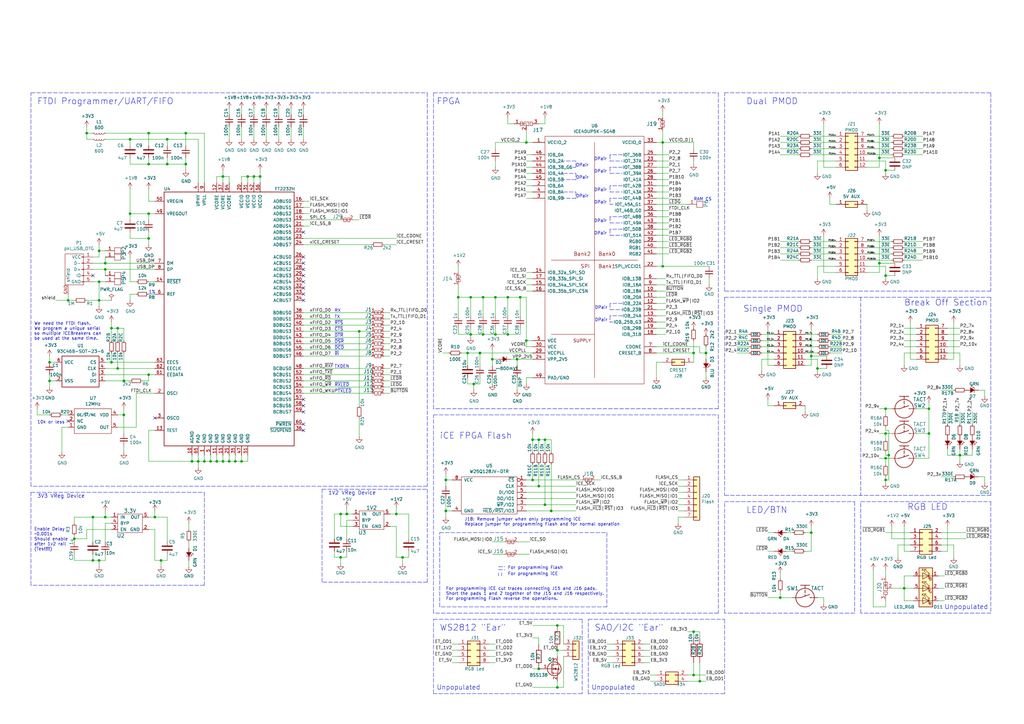
<source format=kicad_sch>
(kicad_sch (version 20231120) (generator "eeschema") (generator_version "8.0")
  (paper "A3")
  (title_block (title "iCEBreaker") (rev "V1.0e") (company "1BitSquared") (comment 1 "2019 (C) 1BitSquared <info@1bitsquared.com>") (comment 2 "2019 (C) Piotr Esden-Tempski <piotr@esden.net>") (comment 3 "License: CC-BY-SA V4.0"))
  (junction (at 203.2 121.92))
  (junction (at 38.1 212.09))
  (junction (at 139.7 228.6))
  (junction (at 106.68 72.39))
  (junction (at 360.68 107.95))
  (junction (at 78.74 189.23))
  (junction (at 182.88 209.55))
  (junction (at 68.58 67.31))
  (junction (at 35.56 54.61))
  (junction (at 40.64 229.87))
  (junction (at 88.9 189.23))
  (junction (at 139.7 210.82))
  (junction (at 393.7 186.69))
  (junction (at 50.8 156.21))
  (junction (at 198.12 121.92))
  (junction (at 226.06 209.55))
  (junction (at 228.6 256.54))
  (junction (at 284.48 259.08))
  (junction (at 360.68 64.77))
  (junction (at 363.22 177.8))
  (junction (at 91.44 189.23))
  (junction (at 165.1 228.6))
  (junction (at 20.32 148.59))
  (junction (at 48.26 134.62))
  (junction (at 187.96 121.92))
  (junction (at 40.64 123.19))
  (junction (at 203.2 137.16))
  (junction (at 198.12 137.16))
  (junction (at 191.77 144.78))
  (junction (at 364.49 186.69))
  (junction (at 335.28 151.13))
  (junction (at 99.06 189.23))
  (junction (at 40.64 102.87))
  (junction (at 284.48 276.86))
  (junction (at 48.26 151.13))
  (junction (at 162.56 210.82))
  (junction (at 182.88 196.85))
  (junction (at 201.93 147.32))
  (junction (at 220.98 180.34))
  (junction (at 332.74 146.05))
  (junction (at 53.34 57.15))
  (junction (at 363.22 113.03))
  (junction (at 60.96 54.61))
  (junction (at 363.22 196.85))
  (junction (at 68.58 57.15))
  (junction (at 212.09 147.32))
  (junction (at 284.48 144.78))
  (junction (at 43.18 212.09))
  (junction (at 363.22 69.85))
  (junction (at 104.14 72.39))
  (junction (at 215.9 139.7))
  (junction (at 213.36 121.92))
  (junction (at 86.36 189.23))
  (junction (at 271.78 109.22))
  (junction (at 381 167.64))
  (junction (at 27.94 123.19))
  (junction (at 363.22 187.96))
  (junction (at 60.96 153.67))
  (junction (at 38.1 229.87))
  (junction (at 76.2 54.61))
  (junction (at 363.22 167.64))
  (junction (at 228.6 281.94))
  (junction (at 60.96 87.63))
  (junction (at 66.04 229.87))
  (junction (at 30.48 220.98))
  (junction (at 40.64 115.57))
  (junction (at 223.52 207.01))
  (junction (at 215.9 58.42))
  (junction (at 93.98 189.23))
  (junction (at 194.31 157.48))
  (junction (at 193.04 137.16))
  (junction (at 320.04 245.11))
  (junction (at 101.6 72.39))
  (junction (at 96.52 189.23))
  (junction (at 45.72 134.62))
  (junction (at 370.84 241.3))
  (junction (at 193.04 121.92))
  (junction (at 218.44 180.34))
  (junction (at 60.96 67.31))
  (junction (at 63.5 212.09))
  (junction (at 83.82 189.23))
  (junction (at 208.28 121.92))
  (junction (at 147.32 135.89))
  (junction (at 142.24 210.82))
  (junction (at 218.44 196.85))
  (junction (at 50.8 170.18))
  (junction (at 381 177.8))
  (junction (at 332.74 218.44))
  (junction (at 228.6 266.7))
  (junction (at 287.02 279.4))
  (junction (at 81.28 189.23))
  (junction (at 208.28 137.16))
  (junction (at 91.44 72.39))
  (junction (at 220.98 199.39))
  (junction (at 53.34 87.63))
  (junction (at 196.85 144.78))
  (junction (at 43.18 110.49))
  (junction (at 289.56 144.78))
  (junction (at 223.52 180.34))
  (junction (at 45.72 148.59))
  (junction (at 76.2 67.31))
  (junction (at 20.32 156.21))
  (junction (at 43.18 107.95))
  (junction (at 60.96 97.79))
  (junction (at 271.78 58.42))
  (junction (at 220.98 274.32))
  (no_connect (at 124.46 95.25))
  (no_connect (at 124.46 118.11))
  (no_connect (at 124.46 105.41))
  (no_connect (at 124.46 107.95))
  (no_connect (at 124.46 163.83))
  (no_connect (at 124.46 120.65))
  (no_connect (at 38.1 113.03))
  (no_connect (at 124.46 113.03))
  (no_connect (at 124.46 176.53))
  (no_connect (at 124.46 110.49))
  (no_connect (at 27.94 172.72))
  (no_connect (at 124.46 123.19))
  (no_connect (at 124.46 115.57))
  (no_connect (at 124.46 166.37))
  (no_connect (at 124.46 168.91))
  (no_connect (at 124.46 173.99))
  (no_connect (at 63.5 171.45))
  (wire (pts (xy 355.6 83.82) (xy 355.6 86.36)))
  (wire (pts (xy 60.96 82.55) (xy 60.96 77.47)))
  (wire (pts (xy 193.04 134.62) (xy 193.04 137.16)))
  (wire (pts (xy 381 167.64) (xy 381 165.1)))
  (wire (pts (xy 231.14 264.16) (xy 231.14 256.54)))
  (polyline (pts (xy 248.92 218.44) (xy 248.92 248.92)) (stroke (width 0) (type dash)))
  (wire (pts (xy 401.32 160.02) (xy 403.86 160.02)))
  (wire (pts (xy 196.85 144.78) (xy 196.85 149.86)))
  (polyline (pts (xy 297.18 121.92) (xy 406.4 121.92)) (stroke (width 0) (type dash)))
  (wire (pts (xy 287.02 271.78) (xy 287.02 279.4)))
  (wire (pts (xy 365.76 220.98) (xy 373.38 220.98)))
  (wire (pts (xy 218.44 142.24) (xy 215.9 142.24)))
  (wire (pts (xy 287.02 279.4) (xy 281.94 279.4)))
  (wire (pts (xy 320.04 242.57) (xy 320.04 245.11)))
  (wire (pts (xy 191.77 149.86) (xy 191.77 144.78)))
  (wire (pts (xy 40.64 229.87) (xy 43.18 229.87)))
  (wire (pts (xy 35.56 54.61) (xy 38.1 54.61)))
  (wire (pts (xy 269.24 96.52) (xy 274.32 96.52)))
  (wire (pts (xy 139.7 210.82) (xy 142.24 210.82)))
  (wire (pts (xy 360.68 167.64) (xy 363.22 167.64)))
  (wire (pts (xy 76.2 54.61) (xy 83.82 54.61)))
  (wire (pts (xy 218.44 180.34) (xy 220.98 180.34)))
  (wire (pts (xy 63.5 212.09) (xy 63.5 209.55)))
  (wire (pts (xy 50.8 182.88) (xy 50.8 185.42)))
  (wire (pts (xy 269.24 91.44) (xy 274.32 91.44)))
  (wire (pts (xy 114.3 44.45) (xy 114.3 46.99)))
  (wire (pts (xy 223.52 207.01) (xy 223.52 190.5)))
  (wire (pts (xy 269.24 119.38) (xy 273.05 119.38)))
  (wire (pts (xy 30.48 220.98) (xy 30.48 222.25)))
  (wire (pts (xy 307.34 144.78) (xy 302.26 144.78)))
  (polyline (pts (xy 83.82 240.03) (xy 12.7 240.03)) (stroke (width 0) (type dash)))
  (wire (pts (xy 330.2 166.37) (xy 330.2 168.91)))
  (wire (pts (xy 248.92 266.7) (xy 251.46 266.7)))
  (polyline (pts (xy 236.22 66.04) (xy 231.14 66.04)) (stroke (width 0) (type dash)))
  (wire (pts (xy 208.28 137.16) (xy 203.2 137.16)))
  (wire (pts (xy 198.12 121.92) (xy 198.12 129.54)))
  (wire (pts (xy 384.81 241.3) (xy 387.35 241.3)))
  (wire (pts (xy 157.48 161.29) (xy 160.02 161.29)))
  (wire (pts (xy 124.46 151.13) (xy 152.4 151.13)))
  (wire (pts (xy 218.44 261.62) (xy 220.98 261.62)))
  (wire (pts (xy 363.22 185.42) (xy 363.22 186.69)))
  (wire (pts (xy 196.85 154.94) (xy 196.85 157.48)))
  (wire (pts (xy 360.68 111.76) (xy 355.6 111.76)))
  (wire (pts (xy 193.04 121.92) (xy 187.96 121.92)))
  (wire (pts (xy 157.48 143.51) (xy 160.02 143.51)))
  (wire (pts (xy 50.8 156.21) (xy 53.34 156.21)))
  (wire (pts (xy 264.16 269.24) (xy 266.7 269.24)))
  (wire (pts (xy 96.52 186.69) (xy 96.52 189.23)))
  (wire (pts (xy 137.16 210.82) (xy 139.7 210.82)))
  (wire (pts (xy 388.62 142.24) (xy 393.7 142.24)))
  (wire (pts (xy 218.44 154.94) (xy 215.9 154.94)))
  (wire (pts (xy 167.64 210.82) (xy 167.64 220.98)))
  (polyline (pts (xy 236.22 68.58) (xy 236.22 66.04)) (stroke (width 0) (type dash)))
  (wire (pts (xy 335.28 151.13) (xy 339.09 151.13)))
  (polyline (pts (xy 83.82 201.93) (xy 83.82 240.03)) (stroke (width 0) (type dash)))
  (wire (pts (xy 198.12 137.16) (xy 198.12 134.62)))
  (wire (pts (xy 53.34 115.57) (xy 53.34 105.41)))
  (wire (pts (xy 342.9 104.14) (xy 332.74 104.14)))
  (wire (pts (xy 185.42 196.85) (xy 182.88 196.85)))
  (wire (pts (xy 38.1 229.87) (xy 40.64 229.87)))
  (wire (pts (xy 208.28 134.62) (xy 208.28 137.16)))
  (wire (pts (xy 187.96 264.16) (xy 185.42 264.16)))
  (wire (pts (xy 220.98 180.34) (xy 220.98 185.42)))
  (wire (pts (xy 81.28 186.69) (xy 81.28 189.23)))
  (wire (pts (xy 40.64 100.33) (xy 40.64 102.87)))
  (wire (pts (xy 106.68 72.39) (xy 106.68 74.93)))
  (wire (pts (xy 43.18 110.49) (xy 43.18 113.03)))
  (wire (pts (xy 81.28 189.23) (xy 81.28 191.77)))
  (wire (pts (xy 388.62 134.62) (xy 393.7 134.62)))
  (wire (pts (xy 342.9 66.04) (xy 335.28 66.04)))
  (wire (pts (xy 317.5 142.24) (xy 312.42 142.24)))
  (wire (pts (xy 215.9 58.42) (xy 203.2 58.42)))
  (wire (pts (xy 187.96 134.62) (xy 187.96 137.16)))
  (polyline (pts (xy 248.92 248.92) (xy 180.34 248.92)) (stroke (width 0) (type dash)))
  (wire (pts (xy 375.92 177.8) (xy 381 177.8)))
  (wire (pts (xy 91.44 189.23) (xy 93.98 189.23)))
  (wire (pts (xy 124.46 140.97) (xy 152.4 140.97)))
  (wire (pts (xy 196.85 157.48) (xy 194.31 157.48)))
  (polyline (pts (xy 250.19 68.58) (xy 250.19 71.12)) (stroke (width 0) (type dash)))
  (wire (pts (xy 60.96 97.79) (xy 60.96 100.33)))
  (wire (pts (xy 278.13 209.55) (xy 280.67 209.55)))
  (polyline (pts (xy 353.06 121.92) (xy 353.06 203.2)) (stroke (width 0) (type dash)))
  (wire (pts (xy 48.26 134.62) (xy 45.72 134.62)))
  (wire (pts (xy 218.44 58.42) (xy 215.9 58.42)))
  (wire (pts (xy 162.56 215.9) (xy 162.56 228.6)))
  (wire (pts (xy 99.06 44.45) (xy 99.06 46.99)))
  (wire (pts (xy 203.2 58.42) (xy 203.2 60.96)))
  (wire (pts (xy 391.16 223.52) (xy 391.16 228.6)))
  (wire (pts (xy 165.1 228.6) (xy 165.1 231.14)))
  (wire (pts (xy 137.16 210.82) (xy 137.16 220.98)))
  (polyline (pts (xy 250.19 63.5) (xy 250.19 66.04)) (stroke (width 0) (type dash)))
  (polyline (pts (xy 241.3 254) (xy 297.18 254)) (stroke (width 0) (type dash)))
  (wire (pts (xy 342.9 58.42) (xy 332.74 58.42)))
  (wire (pts (xy 284.48 148.59) (xy 284.48 144.78)))
  (wire (pts (xy 157.48 153.67) (xy 160.02 153.67)))
  (wire (pts (xy 363.22 186.69) (xy 364.49 186.69)))
  (wire (pts (xy 335.28 66.04) (xy 335.28 71.12)))
  (wire (pts (xy 284.48 261.62) (xy 284.48 259.08)))
  (polyline (pts (xy 177.8 167.64) (xy 177.8 38.1)) (stroke (width 0) (type dash)))
  (wire (pts (xy 363.22 236.22) (xy 363.22 233.68)))
  (wire (pts (xy 200.66 264.16) (xy 203.2 264.16)))
  (wire (pts (xy 40.64 123.19) (xy 45.72 123.19)))
  (wire (pts (xy 124.46 138.43) (xy 152.4 138.43)))
  (polyline (pts (xy 250.19 81.28) (xy 250.19 83.82)) (stroke (width 0) (type dash)))
  (wire (pts (xy 375.92 167.64) (xy 381 167.64)))
  (wire (pts (xy 370.84 60.96) (xy 378.46 60.96)))
  (wire (pts (xy 355.6 66.04) (xy 363.22 66.04)))
  (polyline (pts (xy 255.27 124.46) (xy 250.19 124.46)) (stroke (width 0) (type dash)))
  (wire (pts (xy 360.68 68.58) (xy 360.68 64.77)))
  (wire (pts (xy 124.46 146.05) (xy 152.4 146.05)))
  (polyline (pts (xy 175.26 38.1) (xy 175.26 199.39)) (stroke (width 0) (type dash)))
  (wire (pts (xy 327.66 104.14) (xy 320.04 104.14)))
  (wire (pts (xy 384.81 236.22) (xy 387.35 236.22)))
  (wire (pts (xy 157.48 158.75) (xy 160.02 158.75)))
  (wire (pts (xy 317.5 166.37) (xy 314.96 166.37)))
  (wire (pts (xy 278.13 199.39) (xy 280.67 199.39)))
  (wire (pts (xy 312.42 152.4) (xy 312.42 147.32)))
  (wire (pts (xy 248.92 271.78) (xy 251.46 271.78)))
  (polyline (pts (xy 255.27 129.54) (xy 250.19 129.54)) (stroke (width 0) (type dash)))
  (wire (pts (xy 93.98 44.45) (xy 93.98 46.99)))
  (wire (pts (xy 226.06 209.55) (xy 226.06 190.5)))
  (wire (pts (xy 271.78 109.22) (xy 290.83 109.22)))
  (wire (pts (xy 215.9 199.39) (xy 220.98 199.39)))
  (wire (pts (xy 403.86 195.58) (xy 403.86 198.12)))
  (wire (pts (xy 364.49 176.53) (xy 364.49 186.69)))
  (wire (pts (xy 60.96 189.23) (xy 78.74 189.23)))
  (wire (pts (xy 22.86 148.59) (xy 20.32 148.59)))
  (wire (pts (xy 330.2 218.44) (xy 332.74 218.44)))
  (wire (pts (xy 185.42 269.24) (xy 187.96 269.24)))
  (wire (pts (xy 40.64 229.87) (xy 40.64 232.41)))
  (wire (pts (xy 43.18 102.87) (xy 40.64 102.87)))
  (polyline (pts (xy 297.18 251.46) (xy 297.18 205.74)) (stroke (width 0) (type dash)))
  (wire (pts (xy 269.24 101.6) (xy 274.32 101.6)))
  (wire (pts (xy 109.22 44.45) (xy 109.22 46.99)))
  (wire (pts (xy 314.96 149.86) (xy 314.96 134.62)))
  (wire (pts (xy 91.44 186.69) (xy 91.44 189.23)))
  (wire (pts (xy 157.48 130.81) (xy 160.02 130.81)))
  (wire (pts (xy 147.32 171.45) (xy 147.32 179.07)))
  (wire (pts (xy 104.14 72.39) (xy 106.68 72.39)))
  (wire (pts (xy 388.62 147.32) (xy 391.16 147.32)))
  (wire (pts (xy 193.04 137.16) (xy 198.12 137.16)))
  (wire (pts (xy 330.2 144.78) (xy 335.28 144.78)))
  (wire (pts (xy 337.82 68.58) (xy 337.82 50.8)))
  (wire (pts (xy 182.88 196.85) (xy 182.88 199.39)))
  (wire (pts (xy 278.13 212.09) (xy 278.13 214.63)))
  (wire (pts (xy 375.92 142.24) (xy 370.84 142.24)))
  (wire (pts (xy 53.34 67.31) (xy 60.96 67.31)))
  (polyline (pts (xy 353.06 251.46) (xy 353.06 205.74)) (stroke (width 0) (type dash)))
  (wire (pts (xy 375.92 139.7) (xy 370.84 139.7)))
  (wire (pts (xy 223.52 180.34) (xy 226.06 180.34)))
  (wire (pts (xy 269.24 129.54) (xy 273.05 129.54)))
  (polyline (pts (xy 294.64 170.18) (xy 294.64 251.46)) (stroke (width 0) (type dash)))
  (wire (pts (xy 215.9 121.92) (xy 215.9 139.7)))
  (wire (pts (xy 185.42 266.7) (xy 187.96 266.7)))
  (wire (pts (xy 35.56 52.07) (xy 35.56 54.61)))
  (wire (pts (xy 77.47 229.87) (xy 77.47 232.41)))
  (wire (pts (xy 43.18 151.13) (xy 48.26 151.13)))
  (wire (pts (xy 93.98 186.69) (xy 93.98 189.23)))
  (wire (pts (xy 48.26 144.78) (xy 48.26 151.13)))
  (polyline (pts (xy 177.8 251.46) (xy 177.8 170.18)) (stroke (width 0) (type dash)))
  (wire (pts (xy 332.74 149.86) (xy 332.74 146.05)))
  (wire (pts (xy 48.26 175.26) (xy 55.88 175.26)))
  (wire (pts (xy 269.24 66.04) (xy 274.32 66.04)))
  (wire (pts (xy 191.77 144.78) (xy 196.85 144.78)))
  (wire (pts (xy 93.98 52.07) (xy 93.98 57.15)))
  (wire (pts (xy 20.32 156.21) (xy 20.32 158.75)))
  (wire (pts (xy 355.6 99.06) (xy 365.76 99.06)))
  (wire (pts (xy 269.24 121.92) (xy 273.05 121.92)))
  (wire (pts (xy 269.24 279.4) (xy 266.7 279.4)))
  (wire (pts (xy 212.09 222.25) (xy 217.17 222.25)))
  (wire (pts (xy 307.34 139.7) (xy 302.26 139.7)))
  (wire (pts (xy 317.5 149.86) (xy 314.96 149.86)))
  (wire (pts (xy 373.38 218.44) (xy 363.22 218.44)))
  (wire (pts (xy 83.82 189.23) (xy 86.36 189.23)))
  (wire (pts (xy 330.2 139.7) (xy 335.28 139.7)))
  (wire (pts (xy 220.98 180.34) (xy 223.52 180.34)))
  (wire (pts (xy 60.96 217.17) (xy 63.5 217.17)))
  (wire (pts (xy 43.18 57.15) (xy 53.34 57.15)))
  (wire (pts (xy 289.56 144.78) (xy 289.56 147.32)))
  (polyline (pts (xy 250.19 88.9) (xy 250.19 91.44)) (stroke (width 0) (type dash)))
  (wire (pts (xy 381 187.96) (xy 381 177.8)))
  (wire (pts (xy 204.47 147.32) (xy 201.93 147.32)))
  (wire (pts (xy 375.92 134.62) (xy 370.84 134.62)))
  (wire (pts (xy 182.88 209.55) (xy 182.88 212.09)))
  (wire (pts (xy 157.48 156.21) (xy 160.02 156.21)))
  (polyline (pts (xy 236.22 81.28) (xy 231.14 81.28)) (stroke (width 0) (type dash)))
  (wire (pts (xy 363.22 113.03) (xy 367.03 113.03)))
  (wire (pts (xy 182.88 196.85) (xy 182.88 194.31)))
  (wire (pts (xy 60.96 97.79) (xy 60.96 95.25)))
  (wire (pts (xy 212.09 154.94) (xy 212.09 160.02)))
  (polyline (pts (xy 250.19 93.98) (xy 250.19 96.52)) (stroke (width 0) (type dash)))
  (wire (pts (xy 363.22 248.92) (xy 358.14 248.92)))
  (wire (pts (xy 327.66 63.5) (xy 320.04 63.5)))
  (wire (pts (xy 251.46 264.16) (xy 248.92 264.16)))
  (wire (pts (xy 162.56 228.6) (xy 165.1 228.6)))
  (wire (pts (xy 38.1 212.09) (xy 38.1 222.25)))
  (wire (pts (xy 83.82 54.61) (xy 83.82 74.93)))
  (wire (pts (xy 284.48 66.04) (xy 284.48 67.31)))
  (wire (pts (xy 269.24 68.58) (xy 274.32 68.58)))
  (wire (pts (xy 370.84 104.14) (xy 378.46 104.14)))
  (wire (pts (xy 60.96 64.77) (xy 60.96 67.31)))
  (wire (pts (xy 269.24 81.28) (xy 274.32 81.28)))
  (wire (pts (xy 271.78 148.59) (xy 269.24 148.59)))
  (wire (pts (xy 35.56 220.98) (xy 35.56 217.17)))
  (wire (pts (xy 269.24 78.74) (xy 274.32 78.74)))
  (polyline (pts (xy 132.08 200.66) (xy 175.26 200.66)) (stroke (width 0) (type dash)))
  (wire (pts (xy 185.42 209.55) (xy 182.88 209.55)))
  (wire (pts (xy 104.14 72.39) (xy 104.14 74.93)))
  (wire (pts (xy 185.42 271.78) (xy 187.96 271.78)))
  (wire (pts (xy 269.24 104.14) (xy 274.32 104.14)))
  (wire (pts (xy 248.92 269.24) (xy 251.46 269.24)))
  (wire (pts (xy 284.48 144.78) (xy 284.48 139.7)))
  (wire (pts (xy 20.32 153.67) (xy 20.32 156.21)))
  (wire (pts (xy 340.36 139.7) (xy 345.44 139.7)))
  (wire (pts (xy 269.24 142.24) (xy 287.02 142.24)))
  (wire (pts (xy 137.16 226.06) (xy 137.16 228.6)))
  (wire (pts (xy 114.3 52.07) (xy 114.3 57.15)))
  (wire (pts (xy 223.52 180.34) (xy 223.52 185.42)))
  (wire (pts (xy 358.14 248.92) (xy 358.14 233.68)))
  (wire (pts (xy 284.48 259.08) (xy 281.94 259.08)))
  (wire (pts (xy 66.04 229.87) (xy 66.04 232.41)))
  (wire (pts (xy 374.65 236.22) (xy 370.84 236.22)))
  (wire (pts (xy 142.24 210.82) (xy 144.78 210.82)))
  (wire (pts (xy 391.16 195.58) (xy 386.08 195.58)))
  (wire (pts (xy 63.5 176.53) (xy 60.96 176.53)))
  (wire (pts (xy 93.98 72.39) (xy 93.98 74.93)))
  (wire (pts (xy 194.31 157.48) (xy 194.31 160.02)))
  (wire (pts (xy 124.46 135.89) (xy 147.32 135.89)))
  (wire (pts (xy 218.44 114.3) (xy 215.9 114.3)))
  (wire (pts (xy 355.6 63.5) (xy 365.76 63.5)))
  (wire (pts (xy 162.56 210.82) (xy 162.56 208.28)))
  (wire (pts (xy 212.09 149.86) (xy 212.09 147.32)))
  (wire (pts (xy 355.6 55.88) (xy 365.76 55.88)))
  (wire (pts (xy 218.44 144.78) (xy 196.85 144.78)))
  (wire (pts (xy 215.9 121.92) (xy 213.36 121.92)))
  (wire (pts (xy 314.96 166.37) (xy 314.96 163.83)))
  (wire (pts (xy 330.2 142.24) (xy 335.28 142.24)))
  (wire (pts (xy 60.96 176.53) (xy 60.96 189.23)))
  (wire (pts (xy 96.52 189.23) (xy 99.06 189.23)))
  (polyline (pts (xy 231.14 78.74) (xy 236.22 78.74)) (stroke (width 0) (type dash)))
  (wire (pts (xy 228.6 266.7) (xy 228.6 269.24)))
  (wire (pts (xy 340.36 144.78) (xy 345.44 144.78)))
  (polyline (pts (xy 406.4 205.74) (xy 406.4 251.46)) (stroke (width 0) (type dash)))
  (polyline (pts (xy 350.52 251.46) (xy 297.18 251.46)) (stroke (width 0) (type dash)))
  (wire (pts (xy 220.98 274.32) (xy 218.44 274.32)))
  (wire (pts (xy 104.14 44.45) (xy 104.14 46.99)))
  (wire (pts (xy 60.96 153.67) (xy 63.5 153.67)))
  (wire (pts (xy 335.28 109.22) (xy 342.9 109.22)))
  (wire (pts (xy 231.14 269.24) (xy 231.14 281.94)))
  (wire (pts (xy 165.1 228.6) (xy 167.64 228.6)))
  (wire (pts (xy 355.6 60.96) (xy 365.76 60.96)))
  (wire (pts (xy 340.36 137.16) (xy 345.44 137.16)))
  (wire (pts (xy 340.36 142.24) (xy 345.44 142.24)))
  (wire (pts (xy 45.72 144.78) (xy 45.72 148.59)))
  (wire (pts (xy 157.48 151.13) (xy 160.02 151.13)))
  (polyline (pts (xy 175.26 199.39) (xy 12.7 199.39)) (stroke (width 0) (type dash)))
  (wire (pts (xy 269.24 124.46) (xy 273.05 124.46)))
  (wire (pts (xy 53.34 87.63) (xy 53.34 77.47)))
  (polyline (pts (xy 175.26 200.66) (xy 175.26 238.76)) (stroke (width 0) (type dash)))
  (wire (pts (xy 43.18 156.21) (xy 50.8 156.21)))
  (wire (pts (xy 43.18 110.49) (xy 63.5 110.49)))
  (polyline (pts (xy 294.64 167.64) (xy 177.8 167.64)) (stroke (width 0) (type dash)))
  (polyline (pts (xy 255.27 93.98) (xy 250.19 93.98)) (stroke (width 0) (type dash)))
  (wire (pts (xy 60.96 54.61) (xy 76.2 54.61)))
  (wire (pts (xy 53.34 97.79) (xy 60.96 97.79)))
  (wire (pts (xy 60.96 67.31) (xy 68.58 67.31)))
  (wire (pts (xy 269.24 109.22) (xy 271.78 109.22)))
  (wire (pts (xy 124.46 130.81) (xy 152.4 130.81)))
  (wire (pts (xy 332.74 215.9) (xy 332.74 218.44)))
  (wire (pts (xy 355.6 58.42) (xy 365.76 58.42)))
  (wire (pts (xy 278.13 201.93) (xy 280.67 201.93)))
  (wire (pts (xy 269.24 99.06) (xy 274.32 99.06)))
  (wire (pts (xy 342.9 99.06) (xy 332.74 99.06)))
  (wire (pts (xy 22.86 156.21) (xy 20.32 156.21)))
  (wire (pts (xy 218.44 66.04) (xy 215.9 66.04)))
  (wire (pts (xy 290.83 114.3) (xy 290.83 116.84)))
  (wire (pts (xy 55.88 175.26) (xy 55.88 161.29)))
  (wire (pts (xy 60.96 54.61) (xy 60.96 59.69)))
  (polyline (pts (xy 250.19 71.12) (xy 255.27 71.12)) (stroke (width 0) (type dash)))
  (polyline (pts (xy 236.22 71.12) (xy 236.22 73.66)) (stroke (width 0) (type dash)))
  (wire (pts (xy 99.06 52.07) (xy 99.06 57.15)))
  (wire (pts (xy 215.9 196.85) (xy 218.44 196.85)))
  (wire (pts (xy 215.9 209.55) (xy 226.06 209.55)))
  (polyline (pts (xy 297.18 254) (xy 297.18 284.48)) (stroke (width 0) (type dash)))
  (wire (pts (xy 342.9 55.88) (xy 332.74 55.88)))
  (wire (pts (xy 167.64 228.6) (xy 167.64 226.06)))
  (wire (pts (xy 124.46 87.63) (xy 127 87.63)))
  (wire (pts (xy 264.16 266.7) (xy 266.7 266.7)))
  (wire (pts (xy 43.18 107.95) (xy 63.5 107.95)))
  (wire (pts (xy 337.82 111.76) (xy 337.82 96.52)))
  (wire (pts (xy 363.22 113.03) (xy 363.22 114.3)))
  (wire (pts (xy 38.1 105.41) (xy 40.64 105.41)))
  (wire (pts (xy 284.48 259.08) (xy 287.02 259.08)))
  (wire (pts (xy 370.84 106.68) (xy 378.46 106.68)))
  (wire (pts (xy 388.62 184.15) (xy 388.62 186.69)))
  (polyline (pts (xy 250.19 124.46) (xy 250.19 127)) (stroke (width 0) (type dash)))
  (wire (pts (xy 63.5 82.55) (xy 60.96 82.55)))
  (wire (pts (xy 403.86 160.02) (xy 403.86 162.56)))
  (wire (pts (xy 193.04 121.92) (xy 193.04 129.54)))
  (wire (pts (xy 187.96 137.16) (xy 193.04 137.16)))
  (polyline (pts (xy 250.19 91.44) (xy 255.27 91.44)) (stroke (width 0) (type dash)))
  (polyline (pts (xy 250.19 78.74) (xy 255.27 78.74)) (stroke (width 0) (type dash)))
  (polyline (pts (xy 250.19 66.04) (xy 255.27 66.04)) (stroke (width 0) (type dash)))
  (wire (pts (xy 355.6 101.6) (xy 365.76 101.6)))
  (wire (pts (xy 223.52 50.8) (xy 223.52 48.26)))
  (wire (pts (xy 370.84 55.88) (xy 378.46 55.88)))
  (wire (pts (xy 365.76 215.9) (xy 365.76 220.98)))
  (wire (pts (xy 218.44 63.5) (xy 215.9 63.5)))
  (wire (pts (xy 201.93 147.32) (xy 201.93 143.51)))
  (wire (pts (xy 386.08 223.52) (xy 391.16 223.52)))
  (wire (pts (xy 269.24 86.36) (xy 274.32 86.36)))
  (wire (pts (xy 142.24 210.82) (xy 142.24 208.28)))
  (wire (pts (xy 63.5 120.65) (xy 60.96 120.65)))
  (wire (pts (xy 269.24 114.3) (xy 273.05 114.3)))
  (wire (pts (xy 370.84 58.42) (xy 378.46 58.42)))
  (wire (pts (xy 30.48 219.71) (xy 30.48 220.98)))
  (wire (pts (xy 194.31 157.48) (xy 191.77 157.48)))
  (wire (pts (xy 332.74 226.06) (xy 330.2 226.06)))
  (wire (pts (xy 48.26 170.18) (xy 50.8 170.18)))
  (wire (pts (xy 269.24 134.62) (xy 273.05 134.62)))
  (wire (pts (xy 88.9 72.39) (xy 91.44 72.39)))
  (wire (pts (xy 398.78 173.99) (xy 398.78 168.91)))
  (wire (pts (xy 43.18 54.61) (xy 60.96 54.61)))
  (wire (pts (xy 218.44 71.12) (xy 215.9 71.12)))
  (wire (pts (xy 375.92 144.78) (xy 370.84 144.78)))
  (wire (pts (xy 364.49 186.69) (xy 364.49 196.85)))
  (polyline (pts (xy 204.47 232.41) (xy 207.01 232.41)) (stroke (width 0) (type dash)))
  (wire (pts (xy 81.28 57.15) (xy 81.28 74.93)))
  (wire (pts (xy 60.96 115.57) (xy 63.5 115.57)))
  (wire (pts (xy 320.04 245.11) (xy 314.96 245.11)))
  (wire (pts (xy 231.14 281.94) (xy 228.6 281.94)))
  (wire (pts (xy 43.18 153.67) (xy 60.96 153.67)))
  (wire (pts (xy 269.24 148.59) (xy 269.24 154.94)))
  (wire (pts (xy 335.28 151.13) (xy 335.28 152.4)))
  (wire (pts (xy 213.36 134.62) (xy 213.36 137.16)))
  (polyline (pts (xy 236.22 73.66) (xy 231.14 73.66)) (stroke (width 0) (type dash)))
  (wire (pts (xy 327.66 60.96) (xy 320.04 60.96)))
  (wire (pts (xy 200.66 266.7) (xy 203.2 266.7)))
  (wire (pts (xy 363.22 187.96) (xy 363.22 190.5)))
  (wire (pts (xy 124.46 133.35) (xy 152.4 133.35)))
  (wire (pts (xy 27.94 170.18) (xy 25.4 170.18)))
  (wire (pts (xy 208.28 121.92) (xy 208.28 129.54)))
  (wire (pts (xy 212.09 227.33) (xy 217.17 227.33)))
  (wire (pts (xy 50.8 170.18) (xy 50.8 177.8)))
  (wire (pts (xy 60.96 156.21) (xy 60.96 153.67)))
  (wire (pts (xy 360.68 64.77) (xy 367.03 64.77)))
  (wire (pts (xy 284.48 276.86) (xy 281.94 276.86)))
  (wire (pts (xy 124.46 44.45) (xy 124.46 46.99)))
  (wire (pts (xy 388.62 173.99) (xy 388.62 168.91)))
  (wire (pts (xy 370.84 226.06) (xy 373.38 226.06)))
  (wire (pts (xy 393.7 186.69) (xy 398.78 186.69)))
  (wire (pts (xy 30.48 212.09) (xy 38.1 212.09)))
  (wire (pts (xy 68.58 212.09) (xy 68.58 222.25)))
  (wire (pts (xy 287.02 259.08) (xy 287.02 261.62)))
  (polyline (pts (xy 297.18 38.1) (xy 406.4 38.1)) (stroke (width 0) (type dash)))
  (wire (pts (xy 201.93 222.25) (xy 207.01 222.25)))
  (wire (pts (xy 269.24 83.82) (xy 281.94 83.82)))
  (wire (pts (xy 142.24 213.36) (xy 142.24 220.98)))
  (wire (pts (xy 124.46 90.17) (xy 139.7 90.17)))
  (wire (pts (xy 77.47 214.63) (xy 77.47 217.17)))
  (wire (pts (xy 373.38 147.32) (xy 373.38 132.08)))
  (wire (pts (xy 60.96 87.63) (xy 53.34 87.63)))
  (polyline (pts (xy 406.4 203.2) (xy 297.18 203.2)) (stroke (width 0) (type dash)))
  (wire (pts (xy 375.92 137.16) (xy 370.84 137.16)))
  (wire (pts (xy 162.56 210.82) (xy 167.64 210.82)))
  (polyline (pts (xy 406.4 121.92) (xy 406.4 203.2)) (stroke (width 0) (type dash)))
  (wire (pts (xy 181.61 144.78) (xy 184.15 144.78)))
  (wire (pts (xy 53.34 95.25) (xy 53.34 97.79)))
  (wire (pts (xy 312.42 147.32) (xy 317.5 147.32)))
  (wire (pts (xy 43.18 214.63) (xy 43.18 222.25)))
  (wire (pts (xy 226.06 209.55) (xy 236.22 209.55)))
  (wire (pts (xy 330.2 137.16) (xy 335.28 137.16)))
  (polyline (pts (xy 255.27 88.9) (xy 250.19 88.9)) (stroke (width 0) (type dash)))
  (wire (pts (xy 370.84 246.38) (xy 370.84 241.3)))
  (wire (pts (xy 124.46 97.79) (xy 162.56 97.79)))
  (polyline (pts (xy 255.27 63.5) (xy 250.19 63.5)) (stroke (width 0) (type dash)))
  (wire (pts (xy 157.48 133.35) (xy 160.02 133.35)))
  (wire (pts (xy 35.56 57.15) (xy 38.1 57.15)))
  (wire (pts (xy 388.62 144.78) (xy 393.7 144.78)))
  (wire (pts (xy 220.98 199.39) (xy 236.22 199.39)))
  (wire (pts (xy 144.78 213.36) (xy 142.24 213.36)))
  (wire (pts (xy 360.68 107.95) (xy 360.68 96.52)))
  (wire (pts (xy 317.5 226.06) (xy 314.96 226.06)))
  (wire (pts (xy 355.6 68.58) (xy 360.68 68.58)))
  (wire (pts (xy 223.52 207.01) (xy 236.22 207.01)))
  (wire (pts (xy 269.24 144.78) (xy 284.48 144.78)))
  (wire (pts (xy 327.66 58.42) (xy 320.04 58.42)))
  (wire (pts (xy 271.78 45.72) (xy 271.78 48.26)))
  (wire (pts (xy 157.48 146.05) (xy 160.02 146.05)))
  (wire (pts (xy 104.14 52.07) (xy 104.14 57.15)))
  (wire (pts (xy 213.36 121.92) (xy 213.36 129.54)))
  (polyline (pts (xy 177.8 38.1) (xy 294.64 38.1)) (stroke (width 0) (type dash)))
  (polyline (pts (xy 204.47 233.68) (xy 207.01 233.68)) (stroke (width 0) (type dash)))
  (wire (pts (xy 106.68 72.39) (xy 106.68 69.85)))
  (wire (pts (xy 91.44 72.39) (xy 93.98 72.39)))
  (wire (pts (xy 218.44 68.58) (xy 215.9 68.58)))
  (wire (pts (xy 182.88 204.47) (xy 182.88 209.55)))
  (wire (pts (xy 393.7 184.15) (xy 393.7 186.69)))
  (wire (pts (xy 280.67 212.09) (xy 278.13 212.09)))
  (polyline (pts (xy 177.8 170.18) (xy 294.64 170.18)) (stroke (width 0) (type dash)))
  (polyline (pts (xy 180.34 218.44) (xy 248.92 218.44)) (stroke (width 0) (type dash)))
  (wire (pts (xy 370.84 144.78) (xy 370.84 149.86)))
  (wire (pts (xy 322.58 218.44) (xy 325.12 218.44)))
  (wire (pts (xy 99.06 74.93) (xy 99.06 72.39)))
  (wire (pts (xy 38.1 212.09) (xy 43.18 212.09)))
  (wire (pts (xy 342.9 83.82) (xy 340.36 83.82)))
  (polyline (pts (xy 175.26 238.76) (xy 132.08 238.76)) (stroke (width 0) (type dash)))
  (wire (pts (xy 35.56 123.19) (xy 40.64 123.19)))
  (wire (pts (xy 40.64 115.57) (xy 40.64 123.19)))
  (wire (pts (xy 124.46 100.33) (xy 152.4 100.33)))
  (wire (pts (xy 203.2 121.92) (xy 198.12 121.92)))
  (wire (pts (xy 327.66 55.88) (xy 320.04 55.88)))
  (wire (pts (xy 335.28 147.32) (xy 335.28 151.13)))
  (polyline (pts (xy 231.14 71.12) (xy 236.22 71.12)) (stroke (width 0) (type dash)))
  (wire (pts (xy 212.09 147.32) (xy 218.44 147.32)))
  (wire (pts (xy 63.5 229.87) (xy 66.04 229.87)))
  (wire (pts (xy 88.9 74.93) (xy 88.9 72.39)))
  (polyline (pts (xy 406.4 38.1) (xy 406.4 119.38)) (stroke (width 0) (type dash)))
  (wire (pts (xy 124.46 161.29) (xy 152.4 161.29)))
  (wire (pts (xy 264.16 264.16) (xy 266.7 264.16)))
  (wire (pts (xy 35.56 217.17) (xy 45.72 217.17)))
  (wire (pts (xy 307.34 137.16) (xy 302.26 137.16)))
  (wire (pts (xy 360.68 107.95) (xy 367.03 107.95)))
  (polyline (pts (xy 294.64 251.46) (xy 177.8 251.46)) (stroke (width 0) (type dash)))
  (wire (pts (xy 278.13 204.47) (xy 280.67 204.47)))
  (wire (pts (xy 201.93 147.32) (xy 201.93 149.86)))
  (wire (pts (xy 386.08 226.06) (xy 388.62 226.06)))
  (wire (pts (xy 228.6 281.94) (xy 218.44 281.94)))
  (wire (pts (xy 391.16 132.08) (xy 391.16 147.32)))
  (wire (pts (xy 209.55 147.32) (xy 212.09 147.32)))
  (wire (pts (xy 363.22 175.26) (xy 363.22 176.53)))
  (wire (pts (xy 269.24 93.98) (xy 274.32 93.98)))
  (wire (pts (xy 284.48 276.86) (xy 289.56 276.86)))
  (wire (pts (xy 327.66 99.06) (xy 320.04 99.06)))
  (wire (pts (xy 142.24 228.6) (xy 142.24 226.06)))
  (wire (pts (xy 269.24 63.5) (xy 274.32 63.5)))
  (wire (pts (xy 124.46 128.27) (xy 152.4 128.27)))
  (wire (pts (xy 157.48 100.33) (xy 162.56 100.33)))
  (polyline (pts (xy 250.19 96.52) (xy 255.27 96.52)) (stroke (width 0) (type dash)))
  (wire (pts (xy 76.2 67.31) (xy 76.2 64.77)))
  (wire (pts (xy 187.96 121.92) (xy 187.96 129.54)))
  (wire (pts (xy 284.48 58.42) (xy 284.48 60.96)))
  (wire (pts (xy 63.5 212.09) (xy 68.58 212.09)))
  (wire (pts (xy 45.72 214.63) (xy 43.18 214.63)))
  (wire (pts (xy 124.46 158.75) (xy 152.4 158.75)))
  (wire (pts (xy 332.74 146.05) (xy 339.09 146.05)))
  (wire (pts (xy 101.6 189.23) (xy 101.6 186.69)))
  (wire (pts (xy 307.34 142.24) (xy 302.26 142.24)))
  (polyline (pts (xy 12.7 201.93) (xy 83.82 201.93)) (stroke (width 0) (type dash)))
  (polyline (pts (xy 350.52 205.74) (xy 350.52 251.46)) (stroke (width 0) (type dash)))
  (wire (pts (xy 147.32 166.37) (xy 147.32 135.89)))
  (wire (pts (xy 78.74 186.69) (xy 78.74 189.23)))
  (wire (pts (xy 398.78 186.69) (xy 398.78 184.15)))
  (wire (pts (xy 99.06 186.69) (xy 99.06 189.23)))
  (wire (pts (xy 360.68 111.76) (xy 360.68 107.95)))
  (wire (pts (xy 220.98 50.8) (xy 223.52 50.8)))
  (wire (pts (xy 30.48 227.33) (xy 30.48 229.87)))
  (wire (pts (xy 198.12 121.92) (xy 193.04 121.92)))
  (wire (pts (xy 93.98 189.23) (xy 96.52 189.23)))
  (wire (pts (xy 30.48 214.63) (xy 30.48 212.09)))
  (wire (pts (xy 139.7 228.6) (xy 142.24 228.6)))
  (wire (pts (xy 393.7 144.78) (xy 393.7 149.86)))
  (wire (pts (xy 386.08 220.98) (xy 396.24 220.98)))
  (polyline (pts (xy 250.19 129.54) (xy 250.19 132.08)) (stroke (width 0) (type dash)))
  (wire (pts (xy 201.93 154.94) (xy 201.93 157.48)))
  (wire (pts (xy 208.28 48.26) (xy 208.28 50.8)))
  (wire (pts (xy 363.22 66.04) (xy 363.22 69.85)))
  (wire (pts (xy 38.1 227.33) (xy 38.1 229.87)))
  (wire (pts (xy 363.22 176.53) (xy 364.49 176.53)))
  (wire (pts (xy 335.28 245.11) (xy 337.82 245.11)))
  (wire (pts (xy 88.9 189.23) (xy 91.44 189.23)))
  (wire (pts (xy 139.7 215.9) (xy 139.7 210.82)))
  (polyline (pts (xy 297.18 119.38) (xy 297.18 38.1)) (stroke (width 0) (type dash)))
  (wire (pts (xy 76.2 67.31) (xy 76.2 69.85)))
  (wire (pts (xy 15.24 170.18) (xy 20.32 170.18)))
  (wire (pts (xy 43.18 115.57) (xy 40.64 115.57)))
  (wire (pts (xy 53.34 90.17) (xy 53.34 87.63)))
  (wire (pts (xy 375.92 147.32) (xy 373.38 147.32)))
  (wire (pts (xy 317.5 139.7) (xy 312.42 139.7)))
  (wire (pts (xy 53.34 120.65) (xy 53.34 123.19)))
  (wire (pts (xy 330.2 149.86) (xy 332.74 149.86)))
  (wire (pts (xy 337.82 245.11) (xy 337.82 247.65)))
  (wire (pts (xy 68.58 229.87) (xy 68.58 227.33)))
  (wire (pts (xy 393.7 186.69) (xy 393.7 189.23)))
  (wire (pts (xy 287.02 279.4) (xy 289.56 279.4)))
  (wire (pts (xy 189.23 144.78) (xy 191.77 144.78)))
  (polyline (pts (xy 177.8 254) (xy 238.76 254)) (stroke (width 0) (type dash)))
  (wire (pts (xy 160.02 215.9) (xy 162.56 215.9)))
  (wire (pts (xy 218.44 81.28) (xy 215.9 81.28)))
  (wire (pts (xy 91.44 72.39) (xy 91.44 69.85)))
  (wire (pts (xy 342.9 68.58) (xy 337.82 68.58)))
  (wire (pts (xy 218.44 111.76) (xy 215.9 111.76)))
  (wire (pts (xy 119.38 44.45) (xy 119.38 46.99)))
  (wire (pts (xy 20.32 148.59) (xy 20.32 146.05)))
  (wire (pts (xy 269.24 76.2) (xy 274.32 76.2)))
  (wire (pts (xy 269.24 132.08) (xy 273.05 132.08)))
  (wire (pts (xy 264.16 271.78) (xy 266.7 271.78)))
  (wire (pts (xy 38.1 110.49) (xy 43.18 110.49)))
  (wire (pts (xy 269.24 127) (xy 273.05 127)))
  (wire (pts (xy 124.46 52.07) (xy 124.46 57.15)))
  (wire (pts (xy 374.65 241.3) (xy 370.84 241.3)))
  (wire (pts (xy 218.44 76.2) (xy 215.9 76.2)))
  (wire (pts (xy 137.16 228.6) (xy 139.7 228.6)))
  (wire (pts (xy 119.38 52.07) (xy 119.38 57.15)))
  (wire (pts (xy 342.9 60.96) (xy 332.74 60.96)))
  (wire (pts (xy 124.46 92.71) (xy 127 92.71)))
  (wire (pts (xy 271.78 58.42) (xy 271.78 109.22)))
  (polyline (pts (xy 238.76 284.48) (xy 177.8 284.48)) (stroke (width 0) (type dash)))
  (wire (pts (xy 335.28 114.3) (xy 335.28 109.22)))
  (wire (pts (xy 50.8 134.62) (xy 48.26 134.62)))
  (wire (pts (xy 160.02 210.82) (xy 162.56 210.82)))
  (wire (pts (xy 375.92 187.96) (xy 381 187.96)))
  (wire (pts (xy 364.49 196.85) (xy 363.22 196.85)))
  (wire (pts (xy 226.06 180.34) (xy 226.06 185.42)))
  (wire (pts (xy 269.24 276.86) (xy 266.7 276.86)))
  (wire (pts (xy 340.36 83.82) (xy 340.36 81.28)))
  (wire (pts (xy 50.8 139.7) (xy 50.8 134.62)))
  (wire (pts (xy 81.28 189.23) (xy 83.82 189.23)))
  (wire (pts (xy 388.62 186.69) (xy 393.7 186.69)))
  (polyline (pts (xy 205.74 234.95) (xy 205.74 236.22)) (stroke (width 0) (type dash)))
  (wire (pts (xy 363.22 195.58) (xy 363.22 196.85)))
  (polyline (pts (xy 250.19 127) (xy 255.27 127)) (stroke (width 0) (type dash)))
  (wire (pts (xy 370.84 241.3) (xy 370.84 236.22)))
  (wire (pts (xy 27.94 175.26) (xy 25.4 175.26)))
  (wire (pts (xy 388.62 137.16) (xy 393.7 137.16)))
  (wire (pts (xy 109.22 52.07) (xy 109.22 57.15)))
  (wire (pts (xy 215.9 204.47) (xy 236.22 204.47)))
  (wire (pts (xy 363.22 167.64) (xy 365.76 167.64)))
  (wire (pts (xy 101.6 72.39) (xy 104.14 72.39)))
  (wire (pts (xy 269.24 73.66) (xy 274.32 73.66)))
  (wire (pts (xy 228.6 266.7) (xy 231.14 266.7)))
  (wire (pts (xy 55.88 120.65) (xy 53.34 120.65)))
  (wire (pts (xy 218.44 139.7) (xy 215.9 139.7)))
  (wire (pts (xy 384.81 246.38) (xy 387.35 246.38)))
  (wire (pts (xy 269.24 137.16) (xy 273.05 137.16)))
  (wire (pts (xy 228.6 256.54) (xy 218.44 256.54)))
  (wire (pts (xy 363.22 69.85) (xy 363.22 71.12)))
  (wire (pts (xy 15.24 167.64) (xy 15.24 170.18)))
  (wire (pts (xy 342.9 63.5) (xy 332.74 63.5)))
  (wire (pts (xy 287.02 144.78) (xy 289.56 144.78)))
  (wire (pts (xy 200.66 271.78) (xy 203.2 271.78)))
  (wire (pts (xy 284.48 271.78) (xy 284.48 276.86)))
  (wire (pts (xy 289.56 142.24) (xy 289.56 144.78)))
  (polyline (pts (xy 12.7 38.1) (xy 175.26 38.1)) (stroke (width 0) (type dash)))
  (polyline (pts (xy 255.27 68.58) (xy 250.19 68.58)) (stroke (width 0) (type dash)))
  (wire (pts (xy 325.12 245.11) (xy 320.04 245.11)))
  (wire (pts (xy 25.4 175.26) (xy 25.4 185.42)))
  (wire (pts (xy 401.32 195.58) (xy 403.86 195.58)))
  (wire (pts (xy 76.2 54.61) (xy 76.2 59.69)))
  (wire (pts (xy 218.44 78.74) (xy 215.9 78.74)))
  (wire (pts (xy 43.18 212.09) (xy 45.72 212.09)))
  (wire (pts (xy 124.46 153.67) (xy 152.4 153.67)))
  (polyline (pts (xy 177.8 284.48) (xy 177.8 254)) (stroke (width 0) (type dash)))
  (wire (pts (xy 68.58 57.15) (xy 81.28 57.15)))
  (wire (pts (xy 330.2 147.32) (xy 335.28 147.32)))
  (wire (pts (xy 278.13 207.01) (xy 280.67 207.01)))
  (wire (pts (xy 40.64 102.87) (xy 40.64 105.41)))
  (wire (pts (xy 45.72 134.62) (xy 45.72 139.7)))
  (wire (pts (xy 83.82 186.69) (xy 83.82 189.23)))
  (polyline (pts (xy 204.47 234.95) (xy 204.47 236.22)) (stroke (width 0) (type dash)))
  (wire (pts (xy 30.48 229.87) (xy 38.1 229.87)))
  (wire (pts (xy 58.42 156.21) (xy 60.96 156.21)))
  (wire (pts (xy 327.66 101.6) (xy 320.04 101.6)))
  (wire (pts (xy 218.44 73.66) (xy 215.9 73.66)))
  (wire (pts (xy 218.44 116.84) (xy 215.9 116.84)))
  (wire (pts (xy 368.3 228.6) (xy 368.3 223.52)))
  (wire (pts (xy 370.84 63.5) (xy 378.46 63.5)))
  (wire (pts (xy 363.22 246.38) (xy 363.22 248.92)))
  (wire (pts (xy 43.18 212.09) (xy 43.18 209.55)))
  (wire (pts (xy 68.58 57.15) (xy 68.58 59.69)))
  (wire (pts (xy 50.8 170.18) (xy 50.8 167.64)))
  (wire (pts (xy 45.72 132.08) (xy 45.72 134.62)))
  (wire (pts (xy 388.62 139.7) (xy 393.7 139.7)))
  (wire (pts (xy 215.9 207.01) (xy 223.52 207.01)))
  (wire (pts (xy 215.9 201.93) (xy 236.22 201.93)))
  (wire (pts (xy 124.46 143.51) (xy 152.4 143.51)))
  (wire (pts (xy 243.84 196.85) (xy 246.38 196.85)))
  (wire (pts (xy 48.26 134.62) (xy 48.26 139.7)))
  (wire (pts (xy 68.58 64.77) (xy 68.58 67.31)))
  (polyline (pts (xy 294.64 38.1) (xy 294.64 167.64)) (stroke (width 0) (type dash)))
  (wire (pts (xy 320.04 237.49) (xy 320.04 234.95)))
  (wire (pts (xy 213.36 121.92) (xy 208.28 121.92)))
  (polyline (pts (xy 234.95 68.58) (xy 236.22 68.58)) (stroke (width 0) (type dash)))
  (wire (pts (xy 30.48 220.98) (xy 35.56 220.98)))
  (wire (pts (xy 287.02 142.24) (xy 287.02 144.78)))
  (wire (pts (xy 191.77 154.94) (xy 191.77 157.48)))
  (wire (pts (xy 203.2 66.04) (xy 203.2 68.58)))
  (polyline (pts (xy 180.34 248.92) (xy 180.34 218.44)) (stroke (width 0) (type dash)))
  (wire (pts (xy 218.44 196.85) (xy 238.76 196.85)))
  (wire (pts (xy 63.5 87.63) (xy 60.96 87.63)))
  (wire (pts (xy 200.66 269.24) (xy 203.2 269.24)))
  (polyline (pts (xy 250.19 83.82) (xy 251.46 83.82)) (stroke (width 0) (type dash)))
  (wire (pts (xy 213.36 137.16) (xy 208.28 137.16)))
  (wire (pts (xy 86.36 186.69) (xy 86.36 189.23)))
  (wire (pts (xy 208.28 50.8) (xy 210.82 50.8)))
  (wire (pts (xy 381 177.8) (xy 381 167.64)))
  (wire (pts (xy 391.16 160.02) (xy 386.08 160.02)))
  (wire (pts (xy 35.56 54.61) (xy 35.56 57.15)))
  (wire (pts (xy 53.34 64.77) (xy 53.34 67.31)))
  (wire (pts (xy 203.2 134.62) (xy 203.2 137.16)))
  (wire (pts (xy 370.84 215.9) (xy 370.84 226.06)))
  (wire (pts (xy 337.82 111.76) (xy 342.9 111.76)))
  (wire (pts (xy 220.98 190.5) (xy 220.98 199.39)))
  (polyline (pts (xy 12.7 240.03) (xy 12.7 201.93)) (stroke (width 0) (type dash)))
  (wire (pts (xy 203.2 121.92) (xy 203.2 129.54)))
  (wire (pts (xy 332.74 146.05) (xy 332.74 134.62)))
  (wire (pts (xy 215.9 53.34) (xy 215.9 58.42)))
  (wire (pts (xy 124.46 85.09) (xy 127 85.09)))
  (wire (pts (xy 43.18 105.41) (xy 43.18 107.95)))
  (wire (pts (xy 193.04 137.16) (xy 193.04 138.43)))
  (wire (pts (xy 317.5 144.78) (xy 312.42 144.78)))
  (wire (pts (xy 99.06 189.23) (xy 101.6 189.23)))
  (wire (pts (xy 68.58 67.31) (xy 76.2 67.31)))
  (wire (pts (xy 45.72 148.59) (xy 63.5 148.59)))
  (wire (pts (xy 228.6 279.4) (xy 228.6 281.94)))
  (wire (pts (xy 60.96 212.09) (xy 63.5 212.09)))
  (wire (pts (xy 332.74 226.06) (xy 332.74 218.44)))
  (polyline (pts (xy 236.22 78.74) (xy 236.22 81.28)) (stroke (width 0) (type dash)))
  (wire (pts (xy 139.7 228.6) (xy 139.7 231.14)))
  (wire (pts (xy 271.78 58.42) (xy 284.48 58.42)))
  (wire (pts (xy 27.94 123.19) (xy 30.48 123.19)))
  (wire (pts (xy 99.06 72.39) (xy 101.6 72.39)))
  (polyline (pts (xy 353.06 205.74) (xy 406.4 205.74)) (stroke (width 0) (type dash)))
  (wire (pts (xy 91.44 74.93) (xy 91.44 72.39)))
  (wire (pts (xy 386.08 218.44) (xy 396.24 218.44)))
  (polyline (pts (xy 250.19 132.08) (xy 251.46 132.08)) (stroke (width 0) (type dash)))
  (wire (pts (xy 66.04 229.87) (xy 68.58 229.87)))
  (wire (pts (xy 342.9 106.68) (xy 332.74 106.68)))
  (wire (pts (xy 289.56 152.4) (xy 289.56 154.94)))
  (wire (pts (xy 269.24 88.9) (xy 274.32 88.9)))
  (wire (pts (xy 342.9 101.6) (xy 332.74 101.6)))
  (wire (pts (xy 368.3 223.52) (xy 373.38 223.52)))
  (polyline (pts (xy 132.08 238.76) (xy 132.08 200.66)) (stroke (width 0) (type dash)))
  (wire (pts (xy 157.48 128.27) (xy 160.02 128.27)))
  (wire (pts (xy 201.93 227.33) (xy 207.01 227.33)))
  (wire (pts (xy 317.5 137.16) (xy 312.42 137.16)))
  (wire (pts (xy 48.26 151.13) (xy 63.5 151.13)))
  (wire (pts (xy 218.44 185.42) (xy 218.44 180.34)))
  (wire (pts (xy 322.58 226.06) (xy 325.12 226.06)))
  (wire (pts (xy 218.44 119.38) (xy 215.9 119.38)))
  (polyline (pts (xy 406.4 119.38) (xy 297.18 119.38)) (stroke (width 0) (type dash)))
  (wire (pts (xy 50.8 144.78) (xy 50.8 156.21)))
  (wire (pts (xy 355.6 106.68) (xy 365.76 106.68)))
  (wire (pts (xy 393.7 173.99) (xy 393.7 168.91)))
  (wire (pts (xy 147.32 135.89) (xy 152.4 135.89)))
  (wire (pts (xy 220.98 261.62) (xy 220.98 264.16)))
  (wire (pts (xy 280.67 196.85) (xy 278.13 196.85)))
  (wire (pts (xy 363.22 177.8) (xy 365.76 177.8)))
  (wire (pts (xy 317.5 218.44) (xy 314.96 218.44)))
  (polyline (pts (xy 12.7 199.39) (xy 12.7 38.1)) (stroke (width 0) (type dash)))
  (wire (pts (xy 53.34 57.15) (xy 68.58 57.15)))
  (wire (pts (xy 40.64 123.19) (xy 40.64 125.73)))
  (wire (pts (xy 374.65 246.38) (xy 370.84 246.38)))
  (wire (pts (xy 43.18 229.87) (xy 43.18 227.33)))
  (wire (pts (xy 269.24 116.84) (xy 273.05 116.84)))
  (wire (pts (xy 363.22 167.64) (xy 363.22 170.18)))
  (wire (pts (xy 363.22 69.85) (xy 367.03 69.85)))
  (wire (pts (xy 144.78 90.17) (xy 147.32 90.17)))
  (wire (pts (xy 363.22 196.85) (xy 363.22 198.12)))
  (wire (pts (xy 53.34 57.15) (xy 53.34 59.69)))
  (wire (pts (xy 38.1 115.57) (xy 40.64 115.57)))
  (wire (pts (xy 360.68 187.96) (xy 363.22 187.96)))
  (polyline (pts (xy 241.3 284.48) (xy 241.3 254)) (stroke (width 0) (type dash)))
  (wire (pts (xy 363.22 109.22) (xy 355.6 109.22)))
  (wire (pts (xy 144.78 215.9) (xy 139.7 215.9)))
  (wire (pts (xy 43.18 148.59) (xy 45.72 148.59)))
  (wire (pts (xy 363.22 187.96) (xy 365.76 187.96)))
  (wire (pts (xy 203.2 137.16) (xy 198.12 137.16)))
  (wire (pts (xy 360.68 177.8) (xy 363.22 177.8)))
  (wire (pts (xy 78.74 189.23) (xy 81.28 189.23)))
  (wire (pts (xy 187.96 109.22) (xy 187.96 111.76)))
  (wire (pts (xy 363.22 177.8) (xy 363.22 180.34)))
  (polyline (pts (xy 250.19 76.2) (xy 250.19 78.74)) (stroke (width 0) (type dash)))
  (wire (pts (xy 218.44 177.8) (xy 218.44 180.34)))
  (wire (pts (xy 215.9 154.94) (xy 215.9 157.48)))
  (wire (pts (xy 157.48 140.97) (xy 160.02 140.97)))
  (wire (pts (xy 101.6 72.39) (xy 101.6 74.93)))
  (wire (pts (xy 124.46 82.55) (xy 127 82.55)))
  (wire (pts (xy 271.78 53.34) (xy 271.78 58.42)))
  (polyline (pts (xy 297.18 284.48) (xy 241.3 284.48)) (stroke (width 0) (type dash)))
  (wire (pts (xy 27.94 123.19) (xy 22.86 123.19)))
  (wire (pts (xy 208.28 121.92) (xy 203.2 121.92)))
  (polyline (pts (xy 406.4 251.46) (xy 353.06 251.46)) (stroke (width 0) (type dash)))
  (wire (pts (xy 187.96 116.84) (xy 187.96 121.92)))
  (wire (pts (xy 38.1 107.95) (xy 43.18 107.95)))
  (wire (pts (xy 157.48 138.43) (xy 160.02 138.43)))
  (wire (pts (xy 360.68 64.77) (xy 360.68 50.8)))
  (wire (pts (xy 370.84 99.06) (xy 378.46 99.06)))
  (wire (pts (xy 370.84 101.6) (xy 378.46 101.6)))
  (polyline (pts (xy 297.18 121.92) (xy 297.18 203.2)) (stroke (width 0) (type dash)))
  (wire (pts (xy 88.9 186.69) (xy 88.9 189.23)))
  (polyline (pts (xy 297.18 205.74) (xy 350.52 205.74)) (stroke (width 0) (type dash)))
  (wire (pts (xy 55.88 115.57) (xy 53.34 115.57)))
  (wire (pts (xy 363.22 109.22) (xy 363.22 113.03)))
  (wire (pts (xy 388.62 226.06) (xy 388.62 215.9)))
  (wire (pts (xy 327.66 106.68) (xy 320.04 106.68)))
  (wire (pts (xy 218.44 190.5) (xy 218.44 196.85)))
  (wire (pts (xy 365.76 241.3) (xy 370.84 241.3)))
  (polyline (pts (xy 238.76 254) (xy 238.76 284.48)) (stroke (width 0) (type dash)))
  (wire (pts (xy 63.5 217.17) (xy 63.5 229.87)))
  (wire (pts (xy 60.96 90.17) (xy 60.96 87.63)))
  (polyline (pts (xy 255.27 81.28) (xy 250.19 81.28)) (stroke (width 0) (type dash)))
  (wire (pts (xy 86.36 189.23) (xy 88.9 189.23)))
  (wire (pts (xy 124.46 156.21) (xy 152.4 156.21)))
  (wire (pts (xy 27.94 120.65) (xy 27.94 123.19)))
  (wire (pts (xy 55.88 161.29) (xy 63.5 161.29)))
  (wire (pts (xy 231.14 256.54) (xy 228.6 256.54)))
  (wire (pts (xy 269.24 58.42) (xy 271.78 58.42)))
  (polyline (pts (xy 255.27 76.2) (xy 250.19 76.2)) (stroke (width 0) (type dash)))
  (wire (pts (xy 157.48 135.89) (xy 160.02 135.89)))
  (wire (pts (xy 269.24 71.12) (xy 274.32 71.12)))
  (wire (pts (xy 77.47 222.25) (xy 77.47 224.79)))
  (wire (pts (xy 355.6 104.14) (xy 365.76 104.14)))
  (wire (pts (xy 215.9 139.7) (xy 215.9 142.24)))
  (text "DPair" (at 248.92 78.74 0) (effects (font (size 1.27 1.27)) (justify right bottom)))
  (text "DPair" (at 248.92 91.44 0) (effects (font (size 1.27 1.27)) (justify right bottom)))
  (text "~{DTR}" (at 137.16 138.43 0) (effects (font (size 1.27 1.27)) (justify left bottom)))
  (text "For programming iCE cut traces connecting J15 and J16 pads.\nShort the pads 1 and 2 together of the J15 and J16 respectively.\nFor programming Flash reverse the operations." (at 182.88 246.38 0) (effects (font (size 1.27 1.27)) (justify left bottom)))
  (text "FPGA" (at 179.07 43.18 0) (effects (font (size 2.54 2.54)) (justify left bottom)))
  (text "We need the FTDI flash.\nWe program a unique serial\nso multiple iCEBreakers can\nbe used at the same time." (at 13.97 139.7 0) (effects (font (size 1.27 1.27)) (justify left bottom)))
  (text "J18: Remove jumper when only programming iCE\nReplace jumper for programming Flash and for normal operation" (at 190.5 215.9 0) (effects (font (size 1.27 1.27)) (justify left bottom)))
  (text "Enable Delay\n~0.001s\nShould enable\nafter 1v2 rail\n(Test!!!)" (at 13.97 226.06 0) (effects (font (size 1.27 1.27)) (justify left bottom)))
  (text "Dual PMOD" (at 306.07 43.18 0) (effects (font (size 2.54 2.54)) (justify left bottom)))
  (text "~{RTS}" (at 137.16 133.35 0) (effects (font (size 1.27 1.27)) (justify left bottom)))
  (text "DPair" (at 236.22 68.58 0) (effects (font (size 1.27 1.27)) (justify left bottom)))
  (text "~{TXLED}" (at 138.43 161.29 0) (effects (font (size 1.27 1.27)) (justify left bottom)))
  (text "DPair" (at 236.22 81.28 0) (effects (font (size 1.27 1.27)) (justify left bottom)))
  (text "TXDEN" (at 137.16 151.13 0) (effects (font (size 1.27 1.27)) (justify left bottom)))
  (text "Unpopulated" (at 179.07 283.21 0) (effects (font (size 1.905 1.905)) (justify left bottom)))
  (text "10k or less" (at 15.24 173.99 0) (effects (font (size 1.27 1.27)) (justify left bottom)))
  (text "~{RI}" (at 137.16 146.05 0) (effects (font (size 1.27 1.27)) (justify left bottom)))
  (text "For programming iCE" (at 208.28 236.22 0) (effects (font (size 1.27 1.27)) (justify left bottom)))
  (text "DPair" (at 236.22 73.66 0) (effects (font (size 1.27 1.27)) (justify left bottom)))
  (text "RAM CS" (at 284.48 82.55 0) (effects (font (size 1.27 1.27)) (justify left bottom)))
  (text "LED/BTN" (at 306.07 210.82 0) (effects (font (size 2.54 2.54)) (justify left bottom)))
  (text "DPair" (at 248.92 96.52 0) (effects (font (size 1.27 1.27)) (justify right bottom)))
  (text "TX" (at 137.16 130.81 0) (effects (font (size 1.27 1.27)) (justify left bottom)))
  (text "~{DSR}" (at 137.16 140.97 0) (effects (font (size 1.27 1.27)) (justify left bottom)))
  (text "Unpopulated" (at 387.35 250.19 0) (effects (font (size 1.905 1.905)) (justify left bottom)))
  (text "DPair" (at 248.92 66.04 0) (effects (font (size 1.27 1.27)) (justify right bottom)))
  (text "FTDI Programmer/UART/FIFO" (at 15.24 43.18 0) (effects (font (size 2.54 2.54)) (justify left bottom)))
  (text "DPair" (at 248.92 83.82 0) (effects (font (size 1.27 1.27)) (justify right bottom)))
  (text "For programming Flash" (at 208.28 233.68 0) (effects (font (size 1.27 1.27)) (justify left bottom)))
  (text "~{RXLED}" (at 137.16 158.75 0) (effects (font (size 1.27 1.27)) (justify left bottom)))
  (text "~{CTS}" (at 137.16 135.89 0) (effects (font (size 1.27 1.27)) (justify left bottom)))
  (text "Unpopulated" (at 242.57 283.21 0) (effects (font (size 1.905 1.905)) (justify left bottom)))
  (text "~{DCD}" (at 137.16 143.51 0) (effects (font (size 1.27 1.27)) (justify left bottom)))
  (text "SAO/I2C \"Ear\"" (at 243.84 259.08 0) (effects (font (size 2.54 2.54)) (justify left bottom)))
  (text "RGB LED" (at 372.11 209.55 0) (effects (font (size 2.54 2.54)) (justify left bottom)))
  (text "1%" (at 60.96 120.65 0) (effects (font (size 1.27 1.27)) (justify left bottom)))
  (text "RX" (at 137.16 128.27 0) (effects (font (size 1.27 1.27)) (justify left bottom)))
  (text "1V2 VReg Device" (at 134.62 203.2 0) (effects (font (size 1.524 1.524)) (justify left bottom)))
  (text "iCE FPGA Flash" (at 180.34 180.34 0) (effects (font (size 2.54 2.54)) (justify left bottom)))
  (text "Single PMOD" (at 304.8 128.27 0) (effects (font (size 2.54 2.54)) (justify left bottom)))
  (text "DPair" (at 248.92 71.12 0) (effects (font (size 1.27 1.27)) (justify right bottom)))
  (text "3V3 VReg Device" (at 15.24 204.47 0) (effects (font (size 1.524 1.524)) (justify left bottom)))
  (text "WS2812 \"Ear\"" (at 180.34 259.08 0) (effects (font (size 2.54 2.54)) (justify left bottom)))
  (text "DPair " (at 250.19 127 0) (effects (font (size 1.27 1.27)) (justify right bottom)))
  (text "Break Off Section" (at 370.84 125.73 0) (effects (font (size 2.54 2.54)) (justify left bottom)))
  (text "DPair " (at 250.19 132.08 0) (effects (font (size 1.27 1.27)) (justify right bottom)))
  (label "P2_8x" (at 386.08 160.02 180))
  (label "P2_3" (at 160.02 140.97 0))
  (label "P2_7" (at 160.02 151.13 0))
  (label "P1B7" (at 378.46 99.06 0))
  (label "P1B9" (at 378.46 104.14 0))
  (label "P2_2" (at 274.32 63.5 0))
  (label "Tx_TTL|FIFO_D1" (at 160.02 130.81 0))
  (label "FLASH_MOSI|IO0" (at 236.22 201.93 0))
  (label "P2_2x" (at 370.84 137.16 180))
  (label "EB_GND" (at 266.7 279.4 180))
  (label "xFIFO_D3" (at 127 135.89 0))
  (label "ET_GND" (at 203.2 269.24 0))
  (label "EB_5V" (at 248.92 271.78 180))
  (label "P1A2" (at 320.04 58.42 180))
  (label "P2_7" (at 274.32 71.12 0))
  (label "P2_4x" (at 370.84 142.24 180))
  (label "~{LEDR}" (at 273.05 121.92 0))
  (label "P1A4x" (at 342.9 63.5 180) (effects (font (size 0.635 0.635))))
  (label "~{LEDR}" (at 160.02 156.21 0))
  (label "P2_1" (at 302.26 137.16 180))
  (label "iCE_CRESET" (at 162.56 100.33 0))
  (label "FLASH_CS" (at 278.13 196.85 180))
  (label "~{LED_RGB0}" (at 387.35 236.22 0))
  (label "~{LED_RGB1}" (at 387.35 241.3 0))
  (label "P1B9" (at 274.32 78.74 0))
  (label "xFIFO_D2" (at 127 133.35 0))
  (label "P1A3" (at 215.9 66.04 180))
  (label "iCE_CRESET" (at 271.78 144.78 0))
  (label "ET_OD2" (at 203.2 266.7 0))
  (label "ET_1V2" (at 185.42 266.7 180))
  (label "~{LED_RGB0}" (at 274.32 99.06 0))
  (label "P2_7" (at 345.44 137.16 0))
  (label "P1A1x" (at 342.9 55.88 180) (effects (font (size 0.635 0.635))))
  (label "SPI_CS" (at 127 90.17 0))
  (label "ET_3V3" (at 203.2 271.78 0))
  (label "~{BUTTON}" (at 314.96 245.11 180))
  (label "P2_3x" (at 317.5 142.24 180) (effects (font (size 0.635 0.635))))
  (label "P2_4x" (at 317.5 144.78 180) (effects (font (size 0.635 0.635))))
  (label "ET_5V" (at 218.44 256.54 180))
  (label "P2_8" (at 274.32 66.04 0))
  (label "P1A7x" (at 355.6 55.88 0) (effects (font (size 0.635 0.635))))
  (label "EB_OD2" (at 266.7 266.7 0))
  (label "P1A8" (at 215.9 71.12 180))
  (label "FLASH_~{HLD}|~{RST}|IO3" (at 236.22 209.55 0))
  (label "~{LEDR}" (at 147.32 90.17 0))
  (label "EB_1V2" (at 248.92 266.7 180))
  (label "Tx_TTL|FIFO_D1" (at 273.05 116.84 0))
  (label "FLASH_~{HLD}|~{RST}|IO3" (at 273.05 129.54 0))
  (label "P1A7" (at 215.9 81.28 180))
  (label "P2_10x" (at 330.2 144.78 0) (effects (font (size 0.635 0.635))))
  (label "~{LED_RGB1}" (at 363.22 218.44 180))
  (label "P1B4" (at 320.04 106.68 180))
  (label "P2_8x" (at 393.7 137.16 0))
  (label "FTDI_CLK" (at 274.32 86.36 0))
  (label "FTDI_CLK" (at 62.23 161.29 180))
  (label "P2_8" (at 160.02 143.51 0))
  (label "FLASH_~{WP}|IO2" (at 278.13 207.01 180))
  (label "FLASH_MISO|IO1" (at 217.17 227.33 0))
  (label "ET_OD0" (at 218.44 274.32 180))
  (label "P1A2x" (at 342.9 58.42 180) (effects (font (size 0.635 0.635))))
  (label "P1A4" (at 320.04 63.5 180))
  (label "P2_2x" (at 398.78 168.91 90))
  (label "ET_GND" (at 185.42 269.24 180))
  (label "xFIFO_D0" (at 127 128.27 0))
  (label "P1A8x" (at 355.6 58.42 0) (effects (font (size 0.635 0.635))))
  (label "~{LEDG}" (at 274.32 83.82 0))
  (label "xiCE_CRESET" (at 127 100.33 0))
  (label "P2_10x" (at 393.7 142.24 0))
  (label "Rx_TTL|FIFO_D0" (at 160.02 128.27 0))
  (label "P2_7x" (at 393.7 168.91 90))
  (label "VCORE" (at 215.9 142.24 180))
  (label "EB_OD1" (at 289.56 279.4 0))
  (label "USB_DM" (at 63.5 107.95 180))
  (label "~{LED_RGB2}" (at 396.24 220.98 0))
  (label "xFIFO_D5" (at 127 140.97 0))
  (label "~{LED_RGB0}" (at 396.24 218.44 0))
  (label "VCORE" (at 181.61 144.78 90))
  (label "P1B10x" (at 355.6 106.68 0) (effects (font (size 0.635 0.635))))
  (label "P2_8x" (at 330.2 139.7 0) (effects (font (size 0.635 0.635))))
  (label "P1A1" (at 215.9 78.74 180))
  (label "P2_9" (at 160.02 138.43 0))
  (label "xFIFO_D1" (at 127 130.81 0))
  (label "xFIFO_~{WR}" (at 127 158.75 0))
  (label "ET_5V" (at 185.42 271.78 180))
  (label "P1A9" (at 378.46 60.96 0))
  (label "EB_OD0" (at 289.56 276.86 0))
  (label "P2_1x" (at 388.62 168.91 90))
  (label "~{LED_RGB2}" (at 274.32 104.14 0))
  (label "xFIFO_D6" (at 127 143.51 0))
  (label "P1A7" (at 378.46 55.88 0))
  (label "P2_10" (at 273.05 137.16 0))
  (label "FLASH_MOSI|IO0" (at 127 85.09 0))
  (label "ET_3V3" (at 218.44 261.62 180))
  (label "EB_3V3" (at 266.7 271.78 0))
  (label "xFIFO_~{RXF}" (at 127 151.13 0))
  (label "P2_10" (at 345.44 144.78 0))
  (label "xFIFO_~{RD}" (at 127 156.21 0))
  (label "P1A1" (at 320.04 55.88 180))
  (label "P1B4" (at 274.32 76.2 0))
  (label "P2_10" (at 160.02 133.35 0))
  (label "xFIFO_~{TXE}" (at 127 153.67 0))
  (label "FLASH_MISO|IO1" (at 127 87.63 0))
  (label "P2_2" (at 160.02 146.05 0))
  (label "iCE_SCK" (at 278.13 199.39 180))
  (label "EB_3V3" (at 281.94 259.08 180))
  (label "ET_GND" (at 218.44 281.94 180))
  (label "iCE_SS_B" (at 127 92.71 0))
  (label "iCE_SS_B" (at 246.38 196.85 0))
  (label "P1A10" (at 215.9 68.58 180))
  (label "USB_DP" (at 63.5 110.49 180))
  (label "shield" (at 22.86 123.19 180))
  (label "P2_4" (at 273.05 134.62 0))
  (label "Rx_TTL|FIFO_D0" (at 273.05 114.3 0))
  (label "P1A4" (at 215.9 73.66 180))
  (label "P2_9x" (at 393.7 139.7 0))
  (label "VCCPLL" (at 215.9 144.78 180))
  (label "iCE_SCK" (at 215.9 116.84 180))
  (label "~{LEDR}" (at 314.96 226.06 180))
  (label "P2_7x" (at 330.2 137.16 0) (effects (font (size 0.635 0.635))))
  (label "P1A10x" (at 355.6 63.5 0) (effects (font (size 0.635 0.635))))
  (label "iCE_SI" (at 201.93 227.33 180))
  (label "P2_9x" (at 330.2 142.24 0) (effects (font (size 0.635 0.635))))
  (label "ET_OD1" (at 185.42 264.16 180))
  (label "P1B3x" (at 342.9 104.14 180) (effects (font (size 0.635 0.635))))
  (label "P2_2" (at 302.26 139.7 180))
  (label "xFIFO_D4" (at 127 138.43 0))
  (label "P1B2" (at 320.04 101.6 180))
  (label "P2_7x" (at 393.7 134.62 0))
  (label "FLASH_MOSI|IO0" (at 278.13 201.93 180))
  (label "iCE_SCK" (at 127 82.55 0))
  (label "iCE_SO" (at 217.17 222.25 0))
  (label "P1B1x" (at 342.9 99.06 180) (effects (font (size 0.635 0.635))))
  (label "iCE_SCK" (at 236.22 199.39 0))
  (label "ET_OD0" (at 203.2 264.16 0))
  (label "iCE_CDONE" (at 271.78 142.24 0))
  (label "P2_2x" (at 317.5 139.7 180) (effects (font (size 0.635 0.635))))
  (label "~{LED_RGB2}" (at 387.35 246.38 0))
  (label "FLASH_~{WP}|IO2" (at 273.05 124.46 0))
  (label "~{BUTTON}" (at 160.02 161.29 0))
  (label "xFIFO_D7" (at 127 146.05 0))
  (label "P1B4x" (at 342.9 106.68 180) (effects (font (size 0.635 0.635))))
  (label "FLASH_MISO|IO1" (at 236.22 204.47 0))
  (label "VCCIO_2" (at 213.36 58.42 180))
  (label "iCE_SI" (at 215.9 114.3 180))
  (label "P2_4" (at 302.26 144.78 180))
  (label "P1A8" (at 378.46 58.42 0))
  (label "EB_OD0" (at 266.7 264.16 0))
  (label "EB_GND" (at 248.92 269.24 180))
  (label "P1A2" (at 215.9 76.2 180))
  (label "P1B1" (at 320.04 99.06 180))
  (label "FLASH_CS" (at 228.6 196.85 0))
  (label "P1B10" (at 378.46 106.68 0))
  (label "EB_3V3" (at 266.7 276.86 180))
  (label "P1B8x" (at 355.6 101.6 0) (effects (font (size 0.635 0.635))))
  (label "P2_9" (at 273.05 132.08 0))
  (label "P1A10" (at 378.46 63.5 0))
  (label "P1B9x" (at 355.6 104.14 0) (effects (font (size 0.635 0.635))))
  (label "~{LEDG}" (at 160.02 158.75 0))
  (label "FLASH_~{WP}|IO2" (at 236.22 207.01 0))
  (label "P2_4x" (at 360.68 177.8 180))
  (label "FLASH_~{HLD}|~{RST}|IO3" (at 278.13 209.55 180))
  (label "P1A3x" (at 342.9 60.96 180) (effects (font (size 0.635 0.635))))
  (label "ET_O0" (at 228.6 266.7 180))
  (label "P1A3" (at 320.04 60.96 180))
  (label "~{BUTTON}" (at 273.05 119.38 0))
  (label "P1A9" (at 215.9 63.5 180))
  (label "P2_4" (at 160.02 135.89 0))
  (label "P1B8" (at 378.46 101.6 0))
  (label "P2_1x" (at 317.5 137.16 180) (effects (font (size 0.635 0.635))))
  (label "P2_9" (at 345.44 142.24 0))
  (label "EB_OD1" (at 248.92 264.16 180))
  (label "EB_GND" (at 266.7 269.24 0))
  (label "P1B8" (at 274.32 88.9 0))
  (label "P2_3x" (at 370.84 139.7 180))
  (label "P1B3" (at 320.04 104.14 180))
  (label "P1B1" (at 274.32 91.44 0))
  (label "P1A9x" (at 355.6 60.96 0) (effects (font (size 0.635 0.635))))
  (label "VPP_2V5" (at 218.44 147.32 180))
  (label "P2_3" (at 273.05 127 0))
  (label "P2_8" (at 345.44 139.7 0))
  (label "P1B7x" (at 355.6 99.06 0) (effects (font (size 0.635 0.635))))
  (label "P2_9x" (at 360.68 167.64 180))
  (label "P1B10" (at 274.32 73.66 0))
  (label "P2_3x" (at 386.08 195.58 180))
  (label "iCE_SO" (at 215.9 111.76 180))
  (label "FLASH_MOSI|IO0" (at 201.93 222.25 180))
  (label "iCE_SS_B" (at 215.9 119.38 180))
  (label "P2_10x" (at 360.68 187.96 180))
  (label "P1B2" (at 274.32 93.98 0))
  (label "~{LEDG}" (at 314.96 218.44 180))
  (label "xFIFO_WKUP" (at 127 161.29 0))
  (label "P2_1x" (at 370.84 134.62 180))
  (label "P2_1" (at 160.02 153.67 0))
  (label "~{LED_RGB1}" (at 274.32 101.6 0))
  (label "P1B3" (at 274.32 81.28 0))
  (label "FLASH_MISO|IO1" (at 278.13 204.47 180))
  (label "P2_3" (at 302.26 142.24 180))
  (label "P1B2x" (at 342.9 101.6 180) (effects (font (size 0.635 0.635))))
  (label "P2_1" (at 274.32 68.58 0))
  (label "P1B7" (at 274.32 96.52 0))
  (label "iCE_CDONE" (at 162.56 97.79 0))
  (label "VCCIO_0|1" (at 274.32 58.42 0))
  (symbol (lib_id "icebreaker-rescue:ICE40UP5K-SG48-pkl_lattice") (at 243.84 106.68 0) (unit 1)
    (property "Reference" "U6" (at 243.84 51.562 0))
    (property "Value" "ICE40UP5K-SG48" (at 243.84 53.9242 0))
    (property "Footprint" "pkl_housings_dfn_qfn:QFN-48-1EP_7x7mm_Pitch0.5mm" (effects (hide yes)))
    (property "Key" "ic-ice40up5k-sg48" (effects (hide yes)))
    (property "Source" "ANY" (effects (hide yes)))
  )
  (symbol (lib_id "icebreaker-rescue:GND-power") (at 215.9 157.48 0) (unit 1)
    (property "Reference" "#PWR01" (effects (hide yes)))
    (property "Value" "GND" (at 216.027 161.9504 0))
  )
  (symbol (lib_id "icebreaker-rescue:FT2232H-pkl_ftdi") (at 93.98 130.81 0) (unit 1)
    (property "Reference" "U4" (at 68.58 77.47 0))
    (property "Value" "FT2232H" (at 116.84 77.47 0))
    (property "Footprint" "pkl_housings_dfn_qfn:QFN-64-4.45mm1EP_9x9mm_Pitch0.5mm" (effects (hide yes)))
    (property "Source" "ANY" (effects (hide yes)))
    (property "Key" "ic-ft2232h" (effects (hide yes)))
  )
  (symbol (lib_id "icebreaker-rescue:+3V3-power") (at 15.24 167.64 0) (unit 1)
    (property "Reference" "#PWR02" (effects (hide yes)))
    (property "Value" "+3V3" (at 15.621 163.1696 0))
  )
  (symbol (lib_id "icebreaker-rescue:+3V3-power") (at 50.8 167.64 0) (unit 1)
    (property "Reference" "#PWR03" (effects (hide yes)))
    (property "Value" "+3V3" (at 51.181 163.1696 0))
  )
  (symbol (lib_id "icebreaker-rescue:GND-power") (at 25.4 185.42 0) (unit 1)
    (property "Reference" "#PWR05" (effects (hide yes)))
    (property "Value" "GND" (at 25.527 189.8904 0))
  )
  (symbol (lib_id "icebreaker-rescue:GND-power") (at 81.28 191.77 0) (unit 1)
    (property "Reference" "#PWR04" (effects (hide yes)))
    (property "Value" "GND" (at 81.407 196.2404 0))
  )
  (symbol (lib_id "icebreaker-rescue:pkl_C_Small-pkl_device") (at 50.8 180.34 0) (unit 1)
    (property "Reference" "C4" (at 53.1368 179.1462 0) (effects (justify left)))
    (property "Value" "100n" (at 53.1368 181.5084 0) (effects (justify left)))
    (property "Footprint" "pkl_dipol:C_0402" (effects (hide yes)))
    (property "Source" "ANY" (effects (hide yes)))
    (property "Key" "cap-cer-0402-100n" (effects (hide yes)))
  )
  (symbol (lib_id "icebreaker-rescue:pkl_USB_OTG-pkl_conn") (at 30.48 110.49 90) (mirror x) (unit 1)
    (property "Reference" "P1" (at 32.4104 99.568 90))
    (property "Value" "pkl_USB_OTG" (at 32.4104 101.9302 90))
    (property "Footprint" "pkl_connectors:Connector_USB_Micro_B_SMD" (effects (hide yes)))
    (property "Source" "ANY" (effects (hide yes)))
    (property "Key" "conn-smd-usb-micro-b" (effects (hide yes)))
  )
  (symbol (lib_id "icebreaker-rescue:pkl_R_Small-pkl_device") (at 33.02 123.19 270) (unit 1)
    (property "Reference" "R1" (at 36.83 124.46 90))
    (property "Value" "1M" (at 29.21 124.46 90))
    (property "Footprint" "pkl_dipol:R_0402" (effects (hide yes)))
    (property "Source" "ANY" (effects (hide yes)))
    (property "Key" "res-0402-1m" (effects (hide yes)))
  )
  (symbol (lib_id "icebreaker-rescue:GND-power") (at 40.64 125.73 0) (unit 1)
    (property "Reference" "#PWR06" (effects (hide yes)))
    (property "Value" "GND" (at 40.767 130.2004 0))
  )
  (symbol (lib_id "icebreaker-rescue:PWR_FLAG-power") (at 45.72 123.19 0) (unit 1)
    (property "Reference" "#FLG01" (effects (hide yes)))
    (property "Value" "PWR_FLAG" (at 45.72 118.6942 0))
  )
  (symbol (lib_id "icebreaker-rescue:+3V3-power") (at 60.96 77.47 0) (unit 1)
    (property "Reference" "#PWR07" (effects (hide yes)))
    (property "Value" "+3V3" (at 61.341 72.9996 0))
  )
  (symbol (lib_id "icebreaker-rescue:+5V-power") (at 40.64 100.33 0) (unit 1)
    (property "Reference" "#PWR08" (effects (hide yes)))
    (property "Value" "+5V" (at 41.021 95.8596 0))
  )
  (symbol (lib_id "icebreaker-rescue:pkl_R_Small-pkl_device") (at 58.42 115.57 270) (unit 1)
    (property "Reference" "R9" (at 62.23 116.84 90))
    (property "Value" "10k" (at 58.42 113.03 90))
    (property "Footprint" "pkl_dipol:R_0402" (effects (hide yes)))
    (property "Source" "ANY" (effects (hide yes)))
    (property "Key" "res-0402-10k" (effects (hide yes)))
  )
  (symbol (lib_id "icebreaker-rescue:+3V3-power") (at 53.34 105.41 0) (unit 1)
    (property "Reference" "#PWR09" (effects (hide yes)))
    (property "Value" "+3V3" (at 53.721 100.9396 0))
  )
  (symbol (lib_id "icebreaker-rescue:+1V8-power") (at 53.34 77.47 0) (unit 1)
    (property "Reference" "#PWR010" (effects (hide yes)))
    (property "Value" "+1V8" (at 53.721 72.9996 0))
  )
  (symbol (lib_id "icebreaker-rescue:+1V8-power") (at 91.44 69.85 0) (unit 1)
    (property "Reference" "#PWR011" (effects (hide yes)))
    (property "Value" "+1V8" (at 91.821 65.3796 0))
  )
  (symbol (lib_id "icebreaker-rescue:pkl_C_Small-pkl_device") (at 60.96 92.71 0) (mirror y) (unit 1)
    (property "Reference" "C10" (at 59.69 91.44 0) (effects (justify left)))
    (property "Value" "100n" (at 60.96 93.98 0) (effects (justify left)))
    (property "Footprint" "pkl_dipol:C_0402" (effects (hide yes)))
    (property "Source" "ANY" (effects (hide yes)))
    (property "Key" "cap-cer-0402-100n" (effects (hide yes)))
  )
  (symbol (lib_id "icebreaker-rescue:GND-power") (at 60.96 100.33 0) (unit 1)
    (property "Reference" "#PWR012" (effects (hide yes)))
    (property "Value" "GND" (at 61.087 104.8004 0))
  )
  (symbol (lib_id "icebreaker-rescue:pkl_R_Small-pkl_device") (at 58.42 120.65 270) (unit 1)
    (property "Reference" "R8" (at 62.23 121.92 90))
    (property "Value" "12k" (at 58.42 118.11 90))
    (property "Footprint" "pkl_dipol:R_0402" (effects (hide yes)))
    (property "Description" "1% current reference" (effects (hide yes)))
    (property "Source" "ANY" (effects (hide yes)))
    (property "Key" "res-0402-12k" (effects (hide yes)))
  )
  (symbol (lib_id "icebreaker-rescue:GND-power") (at 53.34 123.19 0) (unit 1)
    (property "Reference" "#PWR013" (effects (hide yes)))
    (property "Value" "GND" (at 53.467 127.6604 0))
  )
  (symbol (lib_id "icebreaker-rescue:pkl_L_Small-pkl_device") (at 40.64 54.61 270) (unit 1)
    (property "Reference" "L1" (at 40.64 49.9618 90))
    (property "Value" "600" (at 40.64 52.324 90))
    (property "Footprint" "pkl_dipol:L_0402" (effects (hide yes)))
    (property "Source" "ANY" (effects (hide yes)))
    (property "Key" "ferrite-0402-600" (effects (hide yes)))
  )
  (symbol (lib_id "icebreaker-rescue:pkl_L_Small-pkl_device") (at 40.64 57.15 270) (unit 1)
    (property "Reference" "L2" (at 40.64 59.563 90))
    (property "Value" "600" (at 40.64 61.9252 90))
    (property "Footprint" "pkl_dipol:L_0402" (effects (hide yes)))
    (property "Source" "ANY" (effects (hide yes)))
    (property "Key" "ferrite-0402-600" (effects (hide yes)))
  )
  (symbol (lib_id "icebreaker-rescue:pkl_C_Small-pkl_device") (at 76.2 62.23 0) (mirror y) (unit 1)
    (property "Reference" "C13" (at 74.93 59.69 0) (effects (justify left)))
    (property "Value" "100n" (at 74.93 64.77 0) (effects (justify left)))
    (property "Footprint" "pkl_dipol:C_0402" (effects (hide yes)))
    (property "Source" "ANY" (effects (hide yes)))
    (property "Key" "cap-cer-0402-100n" (effects (hide yes)))
  )
  (symbol (lib_id "icebreaker-rescue:pkl_C_Small-pkl_device") (at 68.58 62.23 0) (mirror y) (unit 1)
    (property "Reference" "C12" (at 67.31 59.69 0) (effects (justify left)))
    (property "Value" "100n" (at 67.31 64.77 0) (effects (justify left)))
    (property "Footprint" "pkl_dipol:C_0402" (effects (hide yes)))
    (property "Source" "ANY" (effects (hide yes)))
    (property "Key" "cap-cer-0402-100n" (effects (hide yes)))
  )
  (symbol (lib_id "icebreaker-rescue:pkl_C-pkl_device") (at 60.96 62.23 0) (mirror y) (unit 1)
    (property "Reference" "C9" (at 58.42 59.69 0) (effects (justify left)))
    (property "Value" "4u7" (at 59.69 64.77 0) (effects (justify left)))
    (property "Footprint" "pkl_dipol:C_0603" (effects (hide yes)))
    (property "Key" "cap-cer-0402-4u7" (effects (hide yes)))
    (property "Source" "ANY" (effects (hide yes)))
  )
  (symbol (lib_id "icebreaker-rescue:pkl_C-pkl_device") (at 53.34 62.23 0) (mirror y) (unit 1)
    (property "Reference" "C6" (at 50.8 59.69 0) (effects (justify left)))
    (property "Value" "4u7" (at 52.07 64.77 0) (effects (justify left)))
    (property "Footprint" "pkl_dipol:C_0603" (effects (hide yes)))
    (property "Key" "cap-cer-0402-4u7" (effects (hide yes)))
    (property "Source" "ANY" (effects (hide yes)))
  )
  (symbol (lib_id "icebreaker-rescue:GND-power") (at 76.2 69.85 0) (unit 1)
    (property "Reference" "#PWR014" (effects (hide yes)))
    (property "Value" "GND" (at 76.327 74.3204 0))
  )
  (symbol (lib_id "icebreaker-rescue:+3V3-power") (at 35.56 52.07 0) (unit 1)
    (property "Reference" "#PWR015" (effects (hide yes)))
    (property "Value" "+3V3" (at 35.941 47.5996 0))
  )
  (symbol (lib_id "icebreaker-rescue:+3V3-power") (at 106.68 69.85 0) (unit 1)
    (property "Reference" "#PWR016" (effects (hide yes)))
    (property "Value" "+3V3" (at 107.061 65.3796 0))
  )
  (symbol (lib_id "icebreaker-rescue:pkl_C_Small-pkl_device") (at 93.98 49.53 0) (mirror y) (unit 1)
    (property "Reference" "C14" (at 92.71 48.26 90) (effects (justify left)))
    (property "Value" "100n" (at 92.71 55.88 90) (effects (justify left)))
    (property "Footprint" "pkl_dipol:C_0402" (effects (hide yes)))
    (property "Source" "ANY" (effects (hide yes)))
    (property "Key" "cap-cer-0402-100n" (effects (hide yes)))
  )
  (symbol (lib_id "icebreaker-rescue:GND-power") (at 93.98 57.15 0) (unit 1)
    (property "Reference" "#PWR017" (effects (hide yes)))
    (property "Value" "GND" (at 94.107 61.6204 0))
  )
  (symbol (lib_id "icebreaker-rescue:+1V8-power") (at 93.98 44.45 0) (unit 1)
    (property "Reference" "#PWR018" (effects (hide yes)))
    (property "Value" "+1V8" (at 94.361 39.9796 0))
  )
  (symbol (lib_id "icebreaker-rescue:pkl_C-pkl_device") (at 53.34 92.71 0) (mirror y) (unit 1)
    (property "Reference" "C7" (at 50.419 91.5162 0) (effects (justify left)))
    (property "Value" "4u7" (at 50.419 93.8784 0) (effects (justify left)))
    (property "Footprint" "pkl_dipol:C_0603" (effects (hide yes)))
    (property "Key" "cap-cer-0402-4u7" (effects (hide yes)))
    (property "Source" "ANY" (effects (hide yes)))
  )
  (symbol (lib_id "icebreaker-rescue:pkl_C_Small-pkl_device") (at 99.06 49.53 0) (mirror y) (unit 1)
    (property "Reference" "C16" (at 97.79 48.26 90) (effects (justify left)))
    (property "Value" "100n" (at 97.79 55.88 90) (effects (justify left)))
    (property "Footprint" "pkl_dipol:C_0402" (effects (hide yes)))
    (property "Source" "ANY" (effects (hide yes)))
    (property "Key" "cap-cer-0402-100n" (effects (hide yes)))
  )
  (symbol (lib_id "icebreaker-rescue:GND-power") (at 99.06 57.15 0) (unit 1)
    (property "Reference" "#PWR019" (effects (hide yes)))
    (property "Value" "GND" (at 99.187 61.6204 0))
  )
  (symbol (lib_id "icebreaker-rescue:GND-power") (at 104.14 57.15 0) (unit 1)
    (property "Reference" "#PWR020" (effects (hide yes)))
    (property "Value" "GND" (at 104.267 61.6204 0))
  )
  (symbol (lib_id "icebreaker-rescue:+1V8-power") (at 99.06 44.45 0) (unit 1)
    (property "Reference" "#PWR021" (effects (hide yes)))
    (property "Value" "+1V8" (at 99.441 39.9796 0))
  )
  (symbol (lib_id "icebreaker-rescue:pkl_C_Small-pkl_device") (at 104.14 49.53 0) (mirror y) (unit 1)
    (property "Reference" "C17" (at 102.87 48.26 90) (effects (justify left)))
    (property "Value" "100n" (at 102.87 55.88 90) (effects (justify left)))
    (property "Footprint" "pkl_dipol:C_0402" (effects (hide yes)))
    (property "Source" "ANY" (effects (hide yes)))
    (property "Key" "cap-cer-0402-100n" (effects (hide yes)))
  )
  (symbol (lib_id "icebreaker-rescue:+1V8-power") (at 104.14 44.45 0) (unit 1)
    (property "Reference" "#PWR022" (effects (hide yes)))
    (property "Value" "+1V8" (at 104.521 39.9796 0))
  )
  (symbol (lib_id "icebreaker-rescue:GND-power") (at 109.22 57.15 0) (unit 1)
    (property "Reference" "#PWR023" (effects (hide yes)))
    (property "Value" "GND" (at 109.347 61.6204 0))
  )
  (symbol (lib_id "icebreaker-rescue:GND-power") (at 114.3 57.15 0) (unit 1)
    (property "Reference" "#PWR024" (effects (hide yes)))
    (property "Value" "GND" (at 114.427 61.6204 0))
  )
  (symbol (lib_id "icebreaker-rescue:GND-power") (at 119.38 57.15 0) (unit 1)
    (property "Reference" "#PWR025" (effects (hide yes)))
    (property "Value" "GND" (at 119.507 61.6204 0))
  )
  (symbol (lib_id "icebreaker-rescue:GND-power") (at 124.46 57.15 0) (unit 1)
    (property "Reference" "#PWR026" (effects (hide yes)))
    (property "Value" "GND" (at 124.587 61.6204 0))
  )
  (symbol (lib_id "icebreaker-rescue:pkl_C_Small-pkl_device") (at 109.22 49.53 0) (mirror y) (unit 1)
    (property "Reference" "C18" (at 107.95 48.26 90) (effects (justify left)))
    (property "Value" "100n" (at 107.95 55.88 90) (effects (justify left)))
    (property "Footprint" "pkl_dipol:C_0402" (effects (hide yes)))
    (property "Source" "ANY" (effects (hide yes)))
    (property "Key" "cap-cer-0402-100n" (effects (hide yes)))
  )
  (symbol (lib_id "icebreaker-rescue:pkl_C_Small-pkl_device") (at 114.3 49.53 0) (mirror y) (unit 1)
    (property "Reference" "C19" (at 113.03 48.26 90) (effects (justify left)))
    (property "Value" "100n" (at 113.03 55.88 90) (effects (justify left)))
    (property "Footprint" "pkl_dipol:C_0402" (effects (hide yes)))
    (property "Source" "ANY" (effects (hide yes)))
    (property "Key" "cap-cer-0402-100n" (effects (hide yes)))
  )
  (symbol (lib_id "icebreaker-rescue:pkl_C_Small-pkl_device") (at 119.38 49.53 0) (mirror y) (unit 1)
    (property "Reference" "C20" (at 118.11 48.26 90) (effects (justify left)))
    (property "Value" "100n" (at 118.11 55.88 90) (effects (justify left)))
    (property "Footprint" "pkl_dipol:C_0402" (effects (hide yes)))
    (property "Source" "ANY" (effects (hide yes)))
    (property "Key" "cap-cer-0402-100n" (effects (hide yes)))
  )
  (symbol (lib_id "icebreaker-rescue:pkl_C_Small-pkl_device") (at 124.46 49.53 0) (mirror y) (unit 1)
    (property "Reference" "C21" (at 123.19 48.26 90) (effects (justify left)))
    (property "Value" "100n" (at 123.19 55.88 90) (effects (justify left)))
    (property "Footprint" "pkl_dipol:C_0402" (effects (hide yes)))
    (property "Source" "ANY" (effects (hide yes)))
    (property "Key" "cap-cer-0402-100n" (effects (hide yes)))
  )
  (symbol (lib_id "icebreaker-rescue:+3V3-power") (at 109.22 44.45 0) (unit 1)
    (property "Reference" "#PWR027" (effects (hide yes)))
    (property "Value" "+3V3" (at 109.601 39.9796 0))
  )
  (symbol (lib_id "icebreaker-rescue:+3V3-power") (at 114.3 44.45 0) (unit 1)
    (property "Reference" "#PWR028" (effects (hide yes)))
    (property "Value" "+3V3" (at 114.681 39.9796 0))
  )
  (symbol (lib_id "icebreaker-rescue:+3V3-power") (at 119.38 44.45 0) (unit 1)
    (property "Reference" "#PWR029" (effects (hide yes)))
    (property "Value" "+3V3" (at 119.761 39.9796 0))
  )
  (symbol (lib_id "icebreaker-rescue:+3V3-power") (at 124.46 44.45 0) (unit 1)
    (property "Reference" "#PWR030" (effects (hide yes)))
    (property "Value" "+3V3" (at 124.841 39.9796 0))
  )
  (symbol (lib_id "icebreaker-rescue:GND-power") (at 330.2 168.91 0) (unit 1)
    (property "Reference" "#PWR094" (effects (hide yes)))
    (property "Value" "GND" (at 334.01 170.18 0))
  )
  (symbol (lib_id "icebreaker-rescue:+5V-power") (at 314.96 163.83 0) (unit 1)
    (property "Reference" "#PWR093" (effects (hide yes)))
    (property "Value" "+5V" (at 315.341 159.3596 0))
  )
  (symbol (lib_id "Connector_Generic:Conn_02x01") (at 322.58 166.37 0) (unit 1)
    (property "Reference" "J27" (at 323.85 160.782 0))
    (property "Value" "5V AUX" (at 323.85 163.1442 0))
    (property "Footprint" "Pin_Headers:Pin_Header_Straight_2x01" (effects (hide yes)))
    (property "Key" "conn-th-01in-2-1-hdr" (effects (hide yes)))
    (property "Source" "ANY" (effects (hide yes)))
  )
  (symbol (lib_id "icebreaker-rescue:93C46-SOT-23-6-pkl_memory") (at 33.02 151.13 0) (unit 1)
    (property "Reference" "U1" (at 33.02 141.732 0))
    (property "Value" "93C46B-SOT-23-6" (at 33.02 144.0942 0))
    (property "Footprint" "pkl_housings_sot:SOT-23-6" (effects (hide yes)))
    (property "Datasheet" "http://ww1.microchip.com/downloads/en/DeviceDoc/20001749K.pdf" (effects (hide yes)))
    (property "Key" "eeprom-sot23-6-93c46b" (effects (hide yes)))
    (property "Description" "EEPROM 1KBit 2MHz SOT-23-6" (effects (hide yes)))
    (property "MFN" "93C46B" (effects (hide yes)))
    (property "Source" "ANY" (effects (hide yes)))
  )
  (symbol (lib_id "icebreaker-rescue:+3V3-power") (at 20.32 146.05 0) (unit 1)
    (property "Reference" "#PWR031" (effects (hide yes)))
    (property "Value" "+3V3" (at 20.701 141.5796 0))
  )
  (symbol (lib_id "icebreaker-rescue:GND-power") (at 20.32 158.75 0) (unit 1)
    (property "Reference" "#PWR032" (effects (hide yes)))
    (property "Value" "GND" (at 20.447 163.2204 0))
  )
  (symbol (lib_id "icebreaker-rescue:pkl_C_Small-pkl_device") (at 20.32 151.13 0) (mirror y) (unit 1)
    (property "Reference" "C1" (at 24.13 149.86 0) (effects (justify left)))
    (property "Value" "100n" (at 25.4 153.67 0) (effects (justify left)))
    (property "Footprint" "pkl_dipol:C_0402" (effects (hide yes)))
    (property "Key" "cap-cer-0402-100n" (effects (hide yes)))
    (property "Source" "ANY" (effects (hide yes)))
  )
  (symbol (lib_id "icebreaker-rescue:pkl_R_Small-pkl_device") (at 55.88 156.21 270) (unit 1)
    (property "Reference" "R6" (at 59.69 157.48 90))
    (property "Value" "2k2" (at 52.07 157.48 90))
    (property "Footprint" "pkl_dipol:R_0402" (effects (hide yes)))
    (property "Key" "res-0402-2k2" (effects (hide yes)))
    (property "Source" "ANY" (effects (hide yes)))
  )
  (symbol (lib_id "icebreaker-rescue:+3V3-power") (at 45.72 132.08 0) (unit 1)
    (property "Reference" "#PWR033" (effects (hide yes)))
    (property "Value" "+3V3" (at 46.101 127.6096 0))
  )
  (symbol (lib_id "icebreaker-rescue:pkl_C_Small-pkl_device") (at 213.36 132.08 0) (mirror y) (unit 1)
    (property "Reference" "C38" (at 212.09 137.16 90) (effects (justify left)))
    (property "Value" "10n" (at 212.09 130.81 90) (effects (justify left)))
    (property "Footprint" "pkl_dipol:C_0402" (effects (hide yes)))
    (property "Source" "ANY" (effects (hide yes)))
    (property "Key" "cap-cer-0402-10n" (effects (hide yes)))
  )
  (symbol (lib_id "icebreaker-rescue:pkl_C_Small-pkl_device") (at 208.28 132.08 0) (mirror y) (unit 1)
    (property "Reference" "C37" (at 207.01 137.16 90) (effects (justify left)))
    (property "Value" "100n" (at 207.01 130.81 90) (effects (justify left)))
    (property "Footprint" "pkl_dipol:C_0402" (effects (hide yes)))
    (property "Source" "ANY" (effects (hide yes)))
    (property "Key" "cap-cer-0402-100n" (effects (hide yes)))
  )
  (symbol (lib_id "icebreaker-rescue:pkl_C_Small-pkl_device") (at 203.2 132.08 0) (mirror y) (unit 1)
    (property "Reference" "C36" (at 201.93 137.16 90) (effects (justify left)))
    (property "Value" "1u" (at 201.93 130.81 90) (effects (justify left)))
    (property "Footprint" "pkl_dipol:C_0402" (effects (hide yes)))
    (property "Source" "ANY" (effects (hide yes)))
    (property "Key" "cap-cer-0402-1u" (effects (hide yes)))
  )
  (symbol (lib_id "icebreaker-rescue:GND-power") (at 355.6 86.36 0) (unit 1)
    (property "Reference" "#PWR091" (effects (hide yes)))
    (property "Value" "GND" (at 359.41 87.63 0))
  )
  (symbol (lib_id "icebreaker-rescue:pkl_VREG_5PIN_FIXED-pkl_device") (at 53.34 214.63 0) (unit 1)
    (property "Reference" "U2" (at 49.53 219.71 0) (effects (font (size 1.524 1.524))))
    (property "Value" "3.3V" (at 53.34 209.55 0) (effects (font (size 1.524 1.524))))
    (property "Footprint" "pkl_housings_sot:SOT-23-5" (effects (hide yes)))
    (property "Source" "ANY" (effects (hide yes)))
    (property "Key" "vreg-sot23-5-3v3" (effects (hide yes)))
  )
  (symbol (lib_id "icebreaker-rescue:pkl_C-pkl_device") (at 38.1 224.79 0) (unit 1)
    (property "Reference" "C2" (at 38.735 222.25 0) (effects (justify left)))
    (property "Value" "4u7" (at 38.735 227.33 0) (effects (justify left)))
    (property "Footprint" "pkl_dipol:C_0603" (effects (hide yes)))
    (property "Source" "ANY" (effects (hide yes)))
    (property "Key" "cap-cer-0603-4u7" (effects (hide yes)))
  )
  (symbol (lib_id "icebreaker-rescue:pkl_C_Small-pkl_device") (at 43.18 224.79 0) (unit 1)
    (property "Reference" "C3" (at 43.434 223.012 0) (effects (justify left)))
    (property "Value" "10n" (at 43.434 226.822 0) (effects (justify left)))
    (property "Footprint" "pkl_dipol:C_0402" (effects (hide yes)))
    (property "Source" "ANY" (effects (hide yes)))
    (property "Key" "cap-cer-0402-10n" (effects (hide yes)))
  )
  (symbol (lib_id "icebreaker-rescue:GND-power") (at 40.64 232.41 0) (unit 1)
    (property "Reference" "#PWR081" (effects (hide yes)))
    (property "Value" "GND" (at 40.64 236.22 0))
  )
  (symbol (lib_id "icebreaker-rescue:pkl_C-pkl_device") (at 68.58 224.79 0) (unit 1)
    (property "Reference" "C5" (at 69.215 222.25 0) (effects (justify left)))
    (property "Value" "4u7" (at 69.215 227.33 0) (effects (justify left)))
    (property "Footprint" "pkl_dipol:C_0603" (effects (hide yes)))
    (property "Source" "ANY" (effects (hide yes)))
    (property "Key" "cap-cer-0603-4u7" (effects (hide yes)))
  )
  (symbol (lib_id "icebreaker-rescue:GND-power") (at 66.04 232.41 0) (unit 1)
    (property "Reference" "#PWR082" (effects (hide yes)))
    (property "Value" "GND" (at 66.04 236.22 0))
  )
  (symbol (lib_id "icebreaker-rescue:+5V-power") (at 43.18 209.55 0) (unit 1)
    (property "Reference" "#PWR083" (effects (hide yes)))
    (property "Value" "+5V" (at 43.18 205.994 0))
  )
  (symbol (lib_id "icebreaker-rescue:+3V3-power") (at 63.5 209.55 0) (unit 1)
    (property "Reference" "#PWR084" (effects (hide yes)))
    (property "Value" "+3V3" (at 63.5 205.994 0))
  )
  (symbol (lib_id "icebreaker-rescue:pkl_VREG_5PIN_FIXED-pkl_device") (at 152.4 213.36 0) (unit 1)
    (property "Reference" "U3" (at 148.59 218.44 0) (effects (font (size 1.524 1.524))))
    (property "Value" "1V2" (at 152.4 208.28 0) (effects (font (size 1.524 1.524))))
    (property "Footprint" "pkl_housings_sot:SOT-23-5" (effects (hide yes)))
    (property "Source" "ANY" (effects (hide yes)))
    (property "Key" "vreg-sot23-5-1v2" (effects (hide yes)))
  )
  (symbol (lib_id "icebreaker-rescue:pkl_C-pkl_device") (at 137.16 223.52 0) (unit 1)
    (property "Reference" "C8" (at 137.795 220.98 0) (effects (justify left)))
    (property "Value" "4u7" (at 137.795 226.06 0) (effects (justify left)))
    (property "Footprint" "pkl_dipol:C_0603" (effects (hide yes)))
    (property "Source" "ANY" (effects (hide yes)))
    (property "Key" "cap-cer-0603-4u7" (effects (hide yes)))
  )
  (symbol (lib_id "icebreaker-rescue:pkl_C_Small-pkl_device") (at 142.24 223.52 0) (unit 1)
    (property "Reference" "C11" (at 142.494 221.742 0) (effects (justify left)))
    (property "Value" "10n" (at 142.494 225.552 0) (effects (justify left)))
    (property "Footprint" "pkl_dipol:C_0402" (effects (hide yes)))
    (property "Source" "ANY" (effects (hide yes)))
    (property "Key" "cap-cer-0402-10n" (effects (hide yes)))
  )
  (symbol (lib_id "icebreaker-rescue:GND-power") (at 139.7 231.14 0) (unit 1)
    (property "Reference" "#PWR085" (effects (hide yes)))
    (property "Value" "GND" (at 139.7 234.95 0))
  )
  (symbol (lib_id "icebreaker-rescue:pkl_C-pkl_device") (at 167.64 223.52 0) (unit 1)
    (property "Reference" "C15" (at 168.275 220.98 0) (effects (justify left)))
    (property "Value" "4u7" (at 168.275 226.06 0) (effects (justify left)))
    (property "Footprint" "pkl_dipol:C_0603" (effects (hide yes)))
    (property "Source" "ANY" (effects (hide yes)))
    (property "Key" "cap-cer-0603-4u7" (effects (hide yes)))
  )
  (symbol (lib_id "icebreaker-rescue:GND-power") (at 165.1 231.14 0) (unit 1)
    (property "Reference" "#PWR086" (effects (hide yes)))
    (property "Value" "GND" (at 165.1 234.95 0))
  )
  (symbol (lib_id "icebreaker-rescue:+5V-power") (at 142.24 208.28 0) (unit 1)
    (property "Reference" "#PWR087" (effects (hide yes)))
    (property "Value" "+5V" (at 142.24 204.724 0))
  )
  (symbol (lib_id "icebreaker-rescue:+1V2-power") (at 162.56 208.28 0) (unit 1)
    (property "Reference" "#PWR088" (effects (hide yes)))
    (property "Value" "+1V2" (at 162.56 204.724 0))
  )
  (symbol (lib_id "icebreaker-rescue:+5V-power") (at 340.36 81.28 0) (unit 1)
    (property "Reference" "#PWR090" (effects (hide yes)))
    (property "Value" "+5V" (at 340.741 76.8096 0))
  )
  (symbol (lib_id "icebreaker-rescue:pkl_jumper-pkl_misc") (at 154.94 133.35 0) (unit 1)
    (property "Reference" "J3" (at 151.13 132.08 0) (effects (font (size 1.524 1.524))))
    (property "Value" "Jumper" (effects (hide yes)))
    (property "Footprint" "pkl_jumpers:J_0603" (effects (hide yes)))
    (property "Source" "ANY" (effects (hide yes)))
  )
  (symbol (lib_id "icebreaker-rescue:pkl_jumper-pkl_misc") (at 154.94 135.89 0) (unit 1)
    (property "Reference" "J4" (at 151.13 134.62 0) (effects (font (size 1.524 1.524))))
    (property "Value" "Jumper" (effects (hide yes)))
    (property "Footprint" "pkl_jumpers:J_0603" (effects (hide yes)))
    (property "Source" "ANY" (effects (hide yes)))
  )
  (symbol (lib_id "icebreaker-rescue:pkl_jumper-pkl_misc") (at 154.94 138.43 0) (unit 1)
    (property "Reference" "J5" (at 151.13 137.16 0) (effects (font (size 1.524 1.524))))
    (property "Value" "Jumper" (effects (hide yes)))
    (property "Footprint" "pkl_jumpers:J_0603" (effects (hide yes)))
    (property "Source" "ANY" (effects (hide yes)))
  )
  (symbol (lib_id "icebreaker-rescue:pkl_jumper-pkl_misc") (at 154.94 140.97 0) (unit 1)
    (property "Reference" "J6" (at 151.13 139.7 0) (effects (font (size 1.524 1.524))))
    (property "Value" "Jumper" (effects (hide yes)))
    (property "Footprint" "pkl_jumpers:J_0603" (effects (hide yes)))
    (property "Source" "ANY" (effects (hide yes)))
  )
  (symbol (lib_id "icebreaker-rescue:pkl_jumper-pkl_misc") (at 154.94 143.51 0) (unit 1)
    (property "Reference" "J7" (at 151.13 142.24 0) (effects (font (size 1.524 1.524))))
    (property "Value" "Jumper" (effects (hide yes)))
    (property "Footprint" "pkl_jumpers:J_0603" (effects (hide yes)))
    (property "Source" "ANY" (effects (hide yes)))
  )
  (symbol (lib_id "icebreaker-rescue:pkl_jumper-pkl_misc") (at 154.94 146.05 0) (unit 1)
    (property "Reference" "J8" (at 151.13 144.78 0) (effects (font (size 1.524 1.524))))
    (property "Value" "Jumper" (effects (hide yes)))
    (property "Footprint" "pkl_jumpers:J_0603" (effects (hide yes)))
    (property "Source" "ANY" (effects (hide yes)))
  )
  (symbol (lib_id "icebreaker-rescue:pkl_jumper-pkl_misc") (at 154.94 151.13 0) (unit 1)
    (property "Reference" "J9" (at 151.13 149.86 0) (effects (font (size 1.524 1.524))))
    (property "Value" "Jumper" (effects (hide yes)))
    (property "Footprint" "pkl_jumpers:J_0603" (effects (hide yes)))
    (property "Source" "ANY" (effects (hide yes)))
  )
  (symbol (lib_id "icebreaker-rescue:pkl_jumper-pkl_misc") (at 154.94 153.67 0) (unit 1)
    (property "Reference" "J10" (at 151.13 152.4 0) (effects (font (size 1.524 1.524))))
    (property "Value" "Jumper" (effects (hide yes)))
    (property "Footprint" "pkl_jumpers:J_0603" (effects (hide yes)))
    (property "Source" "ANY" (effects (hide yes)))
  )
  (symbol (lib_id "icebreaker-rescue:pkl_jumper-pkl_misc") (at 154.94 156.21 0) (unit 1)
    (property "Reference" "J11" (at 151.13 154.94 0) (effects (font (size 1.524 1.524))))
    (property "Value" "Jumper" (effects (hide yes)))
    (property "Footprint" "pkl_jumpers:J_0603" (effects (hide yes)))
    (property "Source" "ANY" (effects (hide yes)))
  )
  (symbol (lib_id "icebreaker-rescue:pkl_jumper-pkl_misc") (at 154.94 158.75 0) (unit 1)
    (property "Reference" "J12" (at 151.13 157.48 0) (effects (font (size 1.524 1.524))))
    (property "Value" "Jumper" (effects (hide yes)))
    (property "Footprint" "pkl_jumpers:J_0603" (effects (hide yes)))
    (property "Source" "ANY" (effects (hide yes)))
  )
  (symbol (lib_id "icebreaker-rescue:pkl_jumper-pkl_misc") (at 154.94 161.29 0) (unit 1)
    (property "Reference" "J13" (at 151.13 160.02 0) (effects (font (size 1.524 1.524))))
    (property "Value" "Jumper" (effects (hide yes)))
    (property "Footprint" "pkl_jumpers:J_0603" (effects (hide yes)))
    (property "Source" "ANY" (effects (hide yes)))
  )
  (symbol (lib_id "icebreaker-rescue:pkl_Diode_Small-pkl_device") (at 207.01 147.32 0) (unit 1)
    (property "Reference" "D2" (at 203.2 148.59 0) (effects (justify left)))
    (property "Value" "~~800mVf" (at 203.2 151.13 0) (effects (justify left)))
    (property "Footprint" "pkl_dipol:D_SOD-523" (effects (hide yes)))
    (property "Key" "diode-schottky-sod523" (effects (hide yes)))
    (property "Source" "ANY" (effects (hide yes)))
  )
  (symbol (lib_id "icebreaker-rescue:pkl_C_Small-pkl_device") (at 201.93 152.4 0) (mirror y) (unit 1)
    (property "Reference" "C29" (at 200.66 157.48 90) (effects (justify left)))
    (property "Value" "100n" (at 203.2 158.75 90) (effects (justify left)))
    (property "Footprint" "pkl_dipol:C_0402" (effects (hide yes)))
    (property "Source" "ANY" (effects (hide yes)))
    (property "Key" "cap-cer-0402-100n" (effects (hide yes)))
  )
  (symbol (lib_id "icebreaker-rescue:GND-power") (at 201.93 157.48 0) (unit 1)
    (property "Reference" "#PWR034" (effects (hide yes)))
    (property "Value" "GND" (at 202.057 161.9504 0))
  )
  (symbol (lib_id "icebreaker-rescue:+3V3-power") (at 201.93 143.51 0) (unit 1)
    (property "Reference" "#PWR035" (effects (hide yes)))
    (property "Value" "+3V3" (at 202.311 139.0396 0))
  )
  (symbol (lib_id "icebreaker-rescue:pkl_R_Small-pkl_device") (at 186.69 144.78 270) (unit 1)
    (property "Reference" "R10" (at 186.69 142.24 90))
    (property "Value" "100E" (at 186.69 147.32 90))
    (property "Footprint" "pkl_dipol:R_0402" (effects (hide yes)))
    (property "Source" "ANY" (effects (hide yes)))
    (property "Key" "res-0402-100" (effects (hide yes)))
  )
  (symbol (lib_id "icebreaker-rescue:pkl_C_Small-pkl_device") (at 196.85 152.4 0) (mirror y) (unit 1)
    (property "Reference" "C26" (at 195.58 157.48 90) (effects (justify left)))
    (property "Value" "100n" (at 195.58 151.13 90) (effects (justify left)))
    (property "Footprint" "pkl_dipol:C_0402" (effects (hide yes)))
    (property "Source" "ANY" (effects (hide yes)))
    (property "Key" "cap-cer-0402-100n" (effects (hide yes)))
  )
  (symbol (lib_id "icebreaker-rescue:pkl_C-pkl_device") (at 191.77 152.4 0) (mirror y) (unit 1)
    (property "Reference" "C24" (at 190.5 157.48 90) (effects (justify left)))
    (property "Value" "10u" (at 190.5 151.13 90) (effects (justify left)))
    (property "Footprint" "pkl_dipol:C_0603" (effects (hide yes)))
    (property "Source" "ANY" (effects (hide yes)))
    (property "Key" "cap-cer-0603-10u" (effects (hide yes)))
  )
  (symbol (lib_id "icebreaker-rescue:GND-power") (at 194.31 160.02 0) (unit 1)
    (property "Reference" "#PWR036" (effects (hide yes)))
    (property "Value" "GND" (at 194.437 164.4904 0))
  )
  (symbol (lib_id "icebreaker-rescue:pkl_C_Small-pkl_device") (at 198.12 132.08 0) (mirror y) (unit 1)
    (property "Reference" "C28" (at 196.85 137.16 90) (effects (justify left)))
    (property "Value" "10n" (at 196.85 130.81 90) (effects (justify left)))
    (property "Footprint" "pkl_dipol:C_0402" (effects (hide yes)))
    (property "Source" "ANY" (effects (hide yes)))
    (property "Key" "cap-cer-0402-10n" (effects (hide yes)))
  )
  (symbol (lib_id "icebreaker-rescue:pkl_C_Small-pkl_device") (at 193.04 132.08 0) (mirror y) (unit 1)
    (property "Reference" "C25" (at 191.77 137.16 90) (effects (justify left)))
    (property "Value" "100n" (at 191.77 130.81 90) (effects (justify left)))
    (property "Footprint" "pkl_dipol:C_0402" (effects (hide yes)))
    (property "Source" "ANY" (effects (hide yes)))
    (property "Key" "cap-cer-0402-100n" (effects (hide yes)))
  )
  (symbol (lib_id "icebreaker-rescue:pkl_C_Small-pkl_device") (at 187.96 132.08 0) (mirror y) (unit 1)
    (property "Reference" "C23" (at 186.69 137.16 90) (effects (justify left)))
    (property "Value" "1u" (at 186.69 130.81 90) (effects (justify left)))
    (property "Footprint" "pkl_dipol:C_0402" (effects (hide yes)))
    (property "Source" "ANY" (effects (hide yes)))
    (property "Key" "cap-cer-0402-1u" (effects (hide yes)))
  )
  (symbol (lib_id "icebreaker-rescue:GND-power") (at 193.04 138.43 0) (unit 1)
    (property "Reference" "#PWR038" (effects (hide yes)))
    (property "Value" "GND" (at 193.167 142.9004 0))
  )
  (symbol (lib_id "Connector_Generic:Conn_02x01") (at 347.98 83.82 0) (unit 1)
    (property "Reference" "J26" (at 349.25 78.232 0))
    (property "Value" "5V AUX" (at 349.25 80.5942 0))
    (property "Footprint" "Pin_Headers:Pin_Header_Straight_2x01" (effects (hide yes)))
    (property "Key" "conn-th-01in-2-1-hdr" (effects (hide yes)))
    (property "Source" "ANY" (effects (hide yes)))
  )
  (symbol (lib_id "icebreaker-rescue:+1V2-power") (at 187.96 109.22 0) (unit 1)
    (property "Reference" "#PWR039" (effects (hide yes)))
    (property "Value" "+1V2" (at 188.341 104.7496 0))
  )
  (symbol (lib_id "icebreaker-rescue:pkl_R4_Small-pkl_device") (at 48.26 142.24 0) (mirror x) (unit 1)
    (property "Reference" "R2" (at 46.99 138.43 90))
    (property "Value" "10k" (at 46.99 146.05 90))
    (property "Footprint" "pkl_dipol:R_Array_Convex_4x0402" (effects (hide yes)))
    (property "Key" "res-0402cv-array-4-10k" (effects (hide yes)))
    (property "Source" "ANY" (effects (hide yes)))
  )
  (symbol (lib_id "icebreaker-rescue:pkl_R4_Small-pkl_device") (at 45.72 142.24 0) (mirror x) (unit 2)
    (property "Reference" "R2" (at 44.45 138.43 90))
    (property "Value" "10k" (at 44.45 146.05 90))
    (property "Footprint" "pkl_dipol:R_Array_Convex_4x0402" (effects (hide yes)))
    (property "Key" "res-0402cv-array-4-10k" (effects (hide yes)))
    (property "Source" "ANY" (effects (hide yes)))
  )
  (symbol (lib_id "icebreaker-rescue:pkl_R4_Small-pkl_device") (at 50.8 142.24 0) (mirror x) (unit 3)
    (property "Reference" "R2" (at 49.53 138.43 90))
    (property "Value" "10k" (at 49.53 146.05 90))
    (property "Footprint" "pkl_dipol:R_Array_Convex_4x0402" (effects (hide yes)))
    (property "Key" "res-0402cv-array-4-10k" (effects (hide yes)))
    (property "Source" "ANY" (effects (hide yes)))
  )
  (symbol (lib_id "icebreaker-rescue:pkl_R_Small-pkl_device") (at 30.48 217.17 0) (unit 1)
    (property "Reference" "R3" (at 27.94 217.17 90))
    (property "Value" "10k" (at 33.02 217.17 90))
    (property "Footprint" "pkl_dipol:R_0402" (effects (hide yes)))
    (property "Source" "ANY" (effects (hide yes)))
    (property "Key" "res-0402-10k" (effects (hide yes)))
  )
  (symbol (lib_id "icebreaker-rescue:pkl_C_Small-pkl_device") (at 30.48 224.79 0) (mirror y) (unit 1)
    (property "Reference" "C39" (at 29.21 229.87 90) (effects (justify left)))
    (property "Value" "1u" (at 29.21 223.52 90) (effects (justify left)))
    (property "Footprint" "pkl_dipol:C_0402" (effects (hide yes)))
    (property "Source" "ANY" (effects (hide yes)))
    (property "Key" "cap-cer-0402-1u" (effects (hide yes)))
  )
  (symbol (lib_id "icebreaker-rescue:W25Q-pkl_memory") (at 200.66 201.93 0) (mirror y) (unit 1)
    (property "Reference" "U5" (at 200.66 191.008 0))
    (property "Value" "W25Q128JV-DTR" (at 200.66 193.3702 0))
    (property "Footprint" "pkl_housings_soic:SOIC-8_5.3x5.3mm_Pitch1.27mm" (effects (hide yes)))
    (property "Datasheet" "https://www.winbond.com/resource-files/w25q128jv%20dtr%20revb%2011042016.pdf" (effects (hide yes)))
    (property "Source" "ANY" (effects (hide yes)))
    (property "Key" "eeprom-so8w-W25Q" (effects (hide yes)))
    (property "MFN" "W25Q128JVSIM" (effects (hide yes)))
  )
  (symbol (lib_id "icebreaker-rescue:+3V3-power") (at 182.88 194.31 0) (unit 1)
    (property "Reference" "#PWR040" (effects (hide yes)))
    (property "Value" "+3V3" (at 183.261 189.8396 0))
  )
  (symbol (lib_id "icebreaker-rescue:pkl_C_Small-pkl_device") (at 182.88 201.93 0) (mirror y) (unit 1)
    (property "Reference" "C22" (at 181.61 207.01 90) (effects (justify left)))
    (property "Value" "100n" (at 184.15 208.28 90) (effects (justify left)))
    (property "Footprint" "pkl_dipol:C_0402" (effects (hide yes)))
    (property "Source" "ANY" (effects (hide yes)))
    (property "Key" "cap-cer-0402-100n" (effects (hide yes)))
  )
  (symbol (lib_id "icebreaker-rescue:GND-power") (at 182.88 212.09 0) (unit 1)
    (property "Reference" "#PWR041" (effects (hide yes)))
    (property "Value" "GND" (at 183.007 216.5604 0))
  )
  (symbol (lib_id "icebreaker-rescue:pkl_R_Small-pkl_device") (at 284.48 137.16 0) (unit 1)
    (property "Reference" "R19" (at 281.94 138.43 90))
    (property "Value" "10k" (at 281.94 133.35 90))
    (property "Footprint" "pkl_dipol:R_0402" (effects (hide yes)))
    (property "Source" "ANY" (effects (hide yes)))
    (property "Key" "res-0402-10k" (effects (hide yes)))
  )
  (symbol (lib_id "icebreaker-rescue:+3V3-power") (at 284.48 134.62 0) (unit 1)
    (property "Reference" "#PWR095" (effects (hide yes)))
    (property "Value" "+3V3" (at 284.861 130.1496 0))
  )
  (symbol (lib_id "icebreaker-rescue:pkl_jumper_nc-pkl_misc") (at 241.3 196.85 0) (unit 1)
    (property "Reference" "J18" (at 241.3 194.31 0) (effects (font (size 1.524 1.524))))
    (property "Value" "Jumper" (effects (hide yes)))
    (property "Footprint" "pkl_jumpers:J_NC_0603_15" (effects (hide yes)))
    (property "Source" "ANY" (effects (hide yes)))
  )
  (symbol (lib_id "icebreaker-rescue:pkl_oscillator_sit2001-pkl_device") (at 38.1 172.72 0) (mirror y) (unit 1)
    (property "Reference" "U7" (at 38.1 163.322 0))
    (property "Value" "12MHz" (at 38.1 165.6842 0))
    (property "Footprint" "pkl_housings_sot:SOT-23-5" (effects (hide yes)))
    (property "Key" "xtal-sot23-5-12mhz-osc" (effects (hide yes)))
    (property "Source" "ANY" (effects (hide yes)))
  )
  (symbol (lib_id "icebreaker-rescue:pkl_R4_Small-pkl_device") (at 226.06 187.96 0) (unit 1)
    (property "Reference" "R11" (at 224.79 195.58 90) (effects (justify left)))
    (property "Value" "10k" (at 224.79 185.42 90) (effects (justify left)))
    (property "Footprint" "pkl_dipol:R_Array_Convex_4x0402" (effects (hide yes)))
    (property "Source" "ANY" (effects (hide yes)))
    (property "Key" "res-0402cv-array-4-10k" (effects (hide yes)))
  )
  (symbol (lib_id "icebreaker-rescue:pkl_R4_Small-pkl_device") (at 220.98 187.96 0) (unit 2)
    (property "Reference" "R11" (at 219.71 195.58 90) (effects (justify left)))
    (property "Value" "10k" (at 219.71 185.42 90) (effects (justify left)))
    (property "Footprint" "pkl_dipol:R_Array_Convex_4x0402" (effects (hide yes)))
    (property "Source" "ANY" (effects (hide yes)))
    (property "Key" "res-0402cv-array-4-10k" (effects (hide yes)))
  )
  (symbol (lib_id "icebreaker-rescue:pkl_R4_Small-pkl_device") (at 218.44 187.96 0) (unit 3)
    (property "Reference" "R11" (at 217.17 195.58 90) (effects (justify left)))
    (property "Value" "10k" (at 217.17 185.42 90) (effects (justify left)))
    (property "Footprint" "pkl_dipol:R_Array_Convex_4x0402" (effects (hide yes)))
    (property "Source" "ANY" (effects (hide yes)))
    (property "Key" "res-0402cv-array-4-10k" (effects (hide yes)))
  )
  (symbol (lib_id "icebreaker-rescue:pkl_R4_Small-pkl_device") (at 223.52 187.96 0) (unit 4)
    (property "Reference" "R11" (at 222.25 195.58 90) (effects (justify left)))
    (property "Value" "10k" (at 222.25 185.42 90) (effects (justify left)))
    (property "Footprint" "pkl_dipol:R_Array_Convex_4x0402" (effects (hide yes)))
    (property "Source" "ANY" (effects (hide yes)))
    (property "Key" "res-0402cv-array-4-10k" (effects (hide yes)))
  )
  (symbol (lib_id "icebreaker-rescue:+3V3-power") (at 218.44 177.8 0) (unit 1)
    (property "Reference" "#PWR042" (effects (hide yes)))
    (property "Value" "+3V3" (at 218.821 173.3296 0))
  )
  (symbol (lib_id "icebreaker-rescue:pkl_jumper_nc-pkl_misc") (at 209.55 222.25 0) (unit 1)
    (property "Reference" "J15" (at 204.47 220.98 0) (effects (font (size 1.524 1.524))))
    (property "Value" "Jumper" (effects (hide yes)))
    (property "Footprint" "pkl_jumpers:J_NC_0603_15" (effects (hide yes)))
    (property "Source" "ANY" (effects (hide yes)))
  )
  (symbol (lib_id "icebreaker-rescue:pkl_jumper_nc-pkl_misc") (at 209.55 227.33 0) (unit 1)
    (property "Reference" "J16" (at 204.47 226.06 0) (effects (font (size 1.524 1.524))))
    (property "Value" "Jumper" (effects (hide yes)))
    (property "Footprint" "pkl_jumpers:J_NC_0603_15" (effects (hide yes)))
    (property "Source" "ANY" (effects (hide yes)))
  )
  (symbol (lib_id "icebreaker-rescue:pkl_C-pkl_device") (at 339.09 148.59 0) (mirror x) (unit 1)
    (property "Reference" "C34" (at 342.011 147.3962 0) (effects (justify left)))
    (property "Value" "DNP" (at 342.011 149.7584 0) (effects (justify left)))
    (property "Footprint" "pkl_dipol:C_0603" (effects (hide yes)))
    (property "Key" "cap-cer-0603-10u" (effects (hide yes)))
    (property "Source" "ANY" (effects (hide yes)))
    (property "DNP" "YES" (effects (hide yes)))
  )
  (symbol (lib_id "icebreaker-rescue:pkl_C-pkl_device") (at 367.03 110.49 0) (mirror x) (unit 1)
    (property "Reference" "C33" (at 369.951 109.2962 0) (effects (justify left)))
    (property "Value" "DNP" (at 369.951 111.6584 0) (effects (justify left)))
    (property "Footprint" "pkl_dipol:C_0603" (effects (hide yes)))
    (property "Key" "cap-cer-0603-10u" (effects (hide yes)))
    (property "Source" "ANY" (effects (hide yes)))
    (property "DNP" "YES" (effects (hide yes)))
  )
  (symbol (lib_id "icebreaker-rescue:pkl_double_jumper_ncno-pkl_misc") (at 215.9 50.8 0) (mirror x) (unit 1)
    (property "Reference" "J17" (at 218.44 53.34 0) (effects (font (size 1.524 1.524)) (justify left)))
    (property "Value" "Jumper" (effects (hide yes)))
    (property "Footprint" "pkl_jumpers:J_NCNO_0903_30" (effects (hide yes)))
    (property "Source" "ANY" (effects (hide yes)))
  )
  (symbol (lib_id "icebreaker-rescue:+3V3-power") (at 208.28 48.26 0) (unit 1)
    (property "Reference" "#PWR043" (effects (hide yes)))
    (property "Value" "+3V3" (at 208.661 43.7896 0))
  )
  (symbol (lib_id "icebreaker-rescue:pkl_C_Small-pkl_device") (at 203.2 63.5 0) (mirror x) (unit 1)
    (property "Reference" "C27" (at 200.8632 62.3062 0) (effects (justify right)))
    (property "Value" "100n" (at 200.8632 64.6684 0) (effects (justify right)))
    (property "Footprint" "pkl_dipol:C_0402" (effects (hide yes)))
    (property "Source" "ANY" (effects (hide yes)))
    (property "Key" "cap-cer-0402-100n" (effects (hide yes)))
  )
  (symbol (lib_id "icebreaker-rescue:GND-power") (at 203.2 68.58 0) (unit 1)
    (property "Reference" "#PWR044" (effects (hide yes)))
    (property "Value" "GND" (at 203.327 73.0504 0))
  )
  (symbol (lib_id "icebreaker-rescue:pkl_C_Small-pkl_device") (at 284.48 63.5 0) (mirror y) (unit 1)
    (property "Reference" "C30" (at 286.8168 62.3062 0) (effects (justify right)))
    (property "Value" "100n" (at 286.8168 64.6684 0) (effects (justify right)))
    (property "Footprint" "pkl_dipol:C_0402" (effects (hide yes)))
    (property "Source" "ANY" (effects (hide yes)))
    (property "Key" "cap-cer-0402-100n" (effects (hide yes)))
  )
  (symbol (lib_id "icebreaker-rescue:GND-power") (at 284.48 67.31 0) (unit 1)
    (property "Reference" "#PWR045" (effects (hide yes)))
    (property "Value" "GND" (at 284.607 71.7804 0))
  )
  (symbol (lib_id "icebreaker-rescue:+3V3-power") (at 271.78 45.72 0) (unit 1)
    (property "Reference" "#PWR046" (effects (hide yes)))
    (property "Value" "+3V3" (at 272.161 41.2496 0))
  )
  (symbol (lib_id "icebreaker-rescue:pkl_C_Small-pkl_device") (at 290.83 111.76 0) (mirror y) (unit 1)
    (property "Reference" "C31" (at 289.56 107.95 0) (effects (justify right)))
    (property "Value" "100n" (at 284.48 107.95 0) (effects (justify right)))
    (property "Footprint" "pkl_dipol:C_0402" (effects (hide yes)))
    (property "Source" "ANY" (effects (hide yes)))
    (property "Key" "cap-cer-0402-100n" (effects (hide yes)))
  )
  (symbol (lib_id "icebreaker-rescue:GND-power") (at 290.83 116.84 0) (unit 1)
    (property "Reference" "#PWR047" (effects (hide yes)))
    (property "Value" "GND" (at 290.83 120.65 0))
  )
  (symbol (lib_id "icebreaker-rescue:GND-power") (at 50.8 185.42 0) (unit 1)
    (property "Reference" "#PWR0101" (effects (hide yes)))
    (property "Value" "GND" (at 50.927 189.8904 0))
  )
  (symbol (lib_id "icebreaker-rescue:pkl_C-pkl_device") (at 367.03 67.31 0) (mirror x) (unit 1)
    (property "Reference" "C32" (at 369.951 66.1162 0) (effects (justify left)))
    (property "Value" "DNP" (at 369.951 68.4784 0) (effects (justify left)))
    (property "Footprint" "pkl_dipol:C_0603" (effects (hide yes)))
    (property "Key" "cap-cer-0603-10u" (effects (hide yes)))
    (property "Source" "ANY" (effects (hide yes)))
    (property "DNP" "YES" (effects (hide yes)))
  )
  (symbol (lib_id "icebreaker-rescue:pkl_jumper_nc-pkl_misc") (at 187.96 114.3 90) (unit 1)
    (property "Reference" "J14" (at 185.674 114.3 90) (effects (font (size 1.524 1.524)) (justify left)))
    (property "Value" "Jumper" (effects (hide yes)))
    (property "Footprint" "pkl_jumpers:J_NC_0603_30" (effects (hide yes)))
    (property "Source" "ANY" (effects (hide yes)))
  )
  (symbol (lib_id "icebreaker-rescue:pkl_jumper_nc-pkl_misc") (at 271.78 50.8 90) (unit 1)
    (property "Reference" "J19" (at 269.494 50.8 90) (effects (font (size 1.524 1.524)) (justify left)))
    (property "Value" "Jumper" (effects (hide yes)))
    (property "Footprint" "pkl_jumpers:J_NC_0603_30" (effects (hide yes)))
    (property "Source" "ANY" (effects (hide yes)))
  )
  (symbol (lib_id "Connector_Generic:Conn_02x06_Top_Bottom") (at 347.98 60.96 0) (unit 1)
    (property "Reference" "J21" (at 349.25 50.8 0))
    (property "Value" "PMOD" (at 349.25 53.34 0))
    (property "Footprint" "Socket_Strips:Socket_Strip_Angled_2x06" (effects (hide yes)))
    (property "Key" "conn-th-01in-6-2-rec-ra" (effects (hide yes)))
    (property "Source" "ANY" (effects (hide yes)))
  )
  (symbol (lib_id "Connector_Generic:Conn_02x06_Top_Bottom") (at 347.98 104.14 0) (unit 1)
    (property "Reference" "J22" (at 349.25 96.52 0))
    (property "Value" "PMOD" (at 349.25 114.3 0))
    (property "Footprint" "Socket_Strips:Socket_Strip_Angled_2x06" (effects (hide yes)))
    (property "Key" "conn-th-01in-6-2-rec-ra" (effects (hide yes)))
    (property "Source" "ANY" (effects (hide yes)))
  )
  (symbol (lib_id "icebreaker-rescue:GND-power") (at 335.28 114.3 0) (unit 1)
    (property "Reference" "#PWR048" (effects (hide yes)))
    (property "Value" "GND" (at 339.09 115.57 0))
  )
  (symbol (lib_id "icebreaker-rescue:GND-power") (at 363.22 114.3 0) (unit 1)
    (property "Reference" "#PWR049" (effects (hide yes)))
    (property "Value" "GND" (at 367.03 115.57 0))
  )
  (symbol (lib_id "icebreaker-rescue:+3V3-power") (at 337.82 50.8 0) (unit 1)
    (property "Reference" "#PWR050" (effects (hide yes)))
    (property "Value" "+3V3" (at 338.201 46.3296 0))
  )
  (symbol (lib_id "icebreaker-rescue:+3V3-power") (at 360.68 50.8 0) (unit 1)
    (property "Reference" "#PWR051" (effects (hide yes)))
    (property "Value" "+3V3" (at 361.061 46.3296 0))
  )
  (symbol (lib_id "icebreaker-rescue:GND-power") (at 363.22 71.12 0) (unit 1)
    (property "Reference" "#PWR052" (effects (hide yes)))
    (property "Value" "GND" (at 367.03 72.39 0))
  )
  (symbol (lib_id "icebreaker-rescue:GND-power") (at 335.28 71.12 0) (unit 1)
    (property "Reference" "#PWR053" (effects (hide yes)))
    (property "Value" "GND" (at 339.09 72.39 0))
  )
  (symbol (lib_id "icebreaker-rescue:pkl_R4_Small-pkl_device") (at 330.2 55.88 90) (unit 1)
    (property "Reference" "R20" (at 325.12 54.61 90))
    (property "Value" "33E" (at 335.28 54.61 90))
    (property "Footprint" "pkl_dipol:R_Array_Convex_4x0402" (effects (hide yes)))
    (property "Key" "res-0402cv-array-4-330" (effects (hide yes)))
    (property "Source" "ANY" (effects (hide yes)))
  )
  (symbol (lib_id "icebreaker-rescue:+3V3-power") (at 360.68 96.52 0) (unit 1)
    (property "Reference" "#PWR054" (effects (hide yes)))
    (property "Value" "+3V3" (at 361.061 92.0496 0))
  )
  (symbol (lib_id "icebreaker-rescue:+3V3-power") (at 337.82 96.52 0) (unit 1)
    (property "Reference" "#PWR055" (effects (hide yes)))
    (property "Value" "+3V3" (at 338.201 92.0496 0))
  )
  (symbol (lib_id "Connector_Generic:Conn_02x04_Odd_Even") (at 378.46 220.98 0) (unit 1)
    (property "Reference" "J25" (at 378.46 215.9 0) (effects (justify left)))
    (property "Value" "RGB Led" (at 375.92 228.6 0) (effects (justify left)))
    (property "Footprint" "Pin_Headers:Pin_Header_Straight_2x04" (effects (hide yes)))
    (property "Key" "conn-th-01in-4-2-hdr" (effects (hide yes)))
    (property "Source" "ANY" (effects (hide yes)))
  )
  (symbol (lib_id "icebreaker-rescue:GND-power") (at 368.3 228.6 0) (unit 1)
    (property "Reference" "#PWR056" (effects (hide yes)))
    (property "Value" "GND" (at 368.3 232.41 0))
  )
  (symbol (lib_id "icebreaker-rescue:+3V3-power") (at 388.62 215.9 0) (unit 1)
    (property "Reference" "#PWR057" (effects (hide yes)))
    (property "Value" "+3V3" (at 389.001 211.4296 0))
  )
  (symbol (lib_id "icebreaker-rescue:+5V-power") (at 370.84 215.9 0) (unit 1)
    (property "Reference" "#PWR058" (effects (hide yes)))
    (property "Value" "+5V" (at 371.221 211.4296 0))
  )
  (symbol (lib_id "icebreaker-rescue:pkl_R4_Small-pkl_device") (at 368.3 55.88 270) (mirror x) (unit 2)
    (property "Reference" "R20" (at 373.38 54.61 90))
    (property "Value" "33E" (at 363.22 54.61 90))
    (property "Footprint" "pkl_dipol:R_Array_Convex_4x0402" (effects (hide yes)))
    (property "Key" "res-0402cv-array-4-330" (effects (hide yes)))
    (property "Source" "ANY" (effects (hide yes)))
  )
  (symbol (lib_id "icebreaker-rescue:pkl_R4_Small-pkl_device") (at 330.2 58.42 90) (unit 3)
    (property "Reference" "R20" (at 325.12 57.15 90))
    (property "Value" "33E" (at 335.28 57.15 90))
    (property "Footprint" "pkl_dipol:R_Array_Convex_4x0402" (effects (hide yes)))
    (property "Key" "res-0402cv-array-4-330" (effects (hide yes)))
    (property "Source" "ANY" (effects (hide yes)))
  )
  (symbol (lib_id "icebreaker-rescue:pkl_R4_Small-pkl_device") (at 368.3 58.42 270) (mirror x) (unit 4)
    (property "Reference" "R20" (at 373.38 57.15 90))
    (property "Value" "33E" (at 363.22 57.15 90))
    (property "Footprint" "pkl_dipol:R_Array_Convex_4x0402" (effects (hide yes)))
    (property "Key" "res-0402cv-array-4-330" (effects (hide yes)))
    (property "Source" "ANY" (effects (hide yes)))
  )
  (symbol (lib_id "icebreaker-rescue:pkl_Led_Small-pkl_device") (at 320.04 218.44 180) (unit 1)
    (property "Reference" "D4" (at 323.85 220.98 0) (effects (justify left)))
    (property "Value" "GRN" (at 318.77 220.98 0) (effects (justify left)))
    (property "Footprint" "pkl_dipol:D_0603" (effects (hide yes)))
    (property "Source" "ANY" (effects (hide yes)))
    (property "Key" "led-0603-grn" (effects (hide yes)))
  )
  (symbol (lib_id "icebreaker-rescue:pkl_Led_Small-pkl_device") (at 320.04 226.06 180) (unit 1)
    (property "Reference" "D5" (at 323.85 228.6 0) (effects (justify left)))
    (property "Value" "RED" (at 318.77 228.6 0) (effects (justify left)))
    (property "Footprint" "pkl_dipol:D_0603" (effects (hide yes)))
    (property "Source" "ANY" (effects (hide yes)))
    (property "Key" "led-0603-red" (effects (hide yes)))
  )
  (symbol (lib_id "icebreaker-rescue:pkl_R4_Small-pkl_device") (at 330.2 60.96 90) (unit 1)
    (property "Reference" "R23" (at 325.12 59.69 90))
    (property "Value" "33E" (at 335.28 59.69 90))
    (property "Footprint" "pkl_dipol:R_Array_Convex_4x0402" (effects (hide yes)))
    (property "Key" "res-0402cv-array-4-330" (effects (hide yes)))
    (property "Source" "ANY" (effects (hide yes)))
  )
  (symbol (lib_id "icebreaker-rescue:pkl_R_Small-pkl_device") (at 327.66 218.44 90) (unit 1)
    (property "Reference" "R14" (at 323.85 217.17 90))
    (property "Value" "330E" (at 328.93 215.9 90))
    (property "Footprint" "pkl_dipol:R_0402" (effects (hide yes)))
    (property "Source" "ANY" (effects (hide yes)))
    (property "Key" "res-0402-330" (effects (hide yes)))
  )
  (symbol (lib_id "icebreaker-rescue:pkl_R_Small-pkl_device") (at 327.66 226.06 90) (unit 1)
    (property "Reference" "R15" (at 323.85 224.79 90))
    (property "Value" "330E" (at 328.93 223.52 90))
    (property "Footprint" "pkl_dipol:R_0402" (effects (hide yes)))
    (property "Source" "ANY" (effects (hide yes)))
    (property "Key" "res-0402-330" (effects (hide yes)))
  )
  (symbol (lib_id "icebreaker-rescue:pkl_R_Small-pkl_device") (at 154.94 100.33 270) (unit 1)
    (property "Reference" "R26" (at 151.13 101.6 90))
    (property "Value" "2k2" (at 158.75 101.6 90))
    (property "Footprint" "pkl_dipol:R_0402" (effects (hide yes)))
    (property "Key" "res-0402-2k2" (effects (hide yes)))
    (property "Source" "ANY" (effects (hide yes)))
  )
  (symbol (lib_id "icebreaker-rescue:pkl_R4_Small-pkl_device") (at 368.3 60.96 270) (mirror x) (unit 2)
    (property "Reference" "R23" (at 373.38 59.69 90))
    (property "Value" "33E" (at 363.22 59.69 90))
    (property "Footprint" "pkl_dipol:R_Array_Convex_4x0402" (effects (hide yes)))
    (property "Key" "res-0402cv-array-4-330" (effects (hide yes)))
    (property "Source" "ANY" (effects (hide yes)))
  )
  (symbol (lib_id "icebreaker-rescue:pkl_R4_Small-pkl_device") (at 330.2 63.5 90) (unit 3)
    (property "Reference" "R23" (at 325.12 62.23 90))
    (property "Value" "33E" (at 335.28 62.23 90))
    (property "Footprint" "pkl_dipol:R_Array_Convex_4x0402" (effects (hide yes)))
    (property "Key" "res-0402cv-array-4-330" (effects (hide yes)))
    (property "Source" "ANY" (effects (hide yes)))
  )
  (symbol (lib_id "icebreaker-rescue:pkl_R4_Small-pkl_device") (at 368.3 63.5 270) (mirror x) (unit 4)
    (property "Reference" "R23" (at 373.38 62.23 90))
    (property "Value" "33E" (at 363.22 62.23 90))
    (property "Footprint" "pkl_dipol:R_Array_Convex_4x0402" (effects (hide yes)))
    (property "Key" "res-0402cv-array-4-330" (effects (hide yes)))
    (property "Source" "ANY" (effects (hide yes)))
  )
  (symbol (lib_id "icebreaker-rescue:+3V3-power") (at 332.74 215.9 0) (unit 1)
    (property "Reference" "#PWR059" (effects (hide yes)))
    (property "Value" "+3V3" (at 330.2 210.82 0) (effects (justify left)))
  )
  (symbol (lib_id "icebreaker-rescue:pkl_R4_Small-pkl_device") (at 330.2 99.06 90) (unit 1)
    (property "Reference" "R21" (at 325.12 97.79 90))
    (property "Value" "33E" (at 335.28 97.79 90))
    (property "Footprint" "pkl_dipol:R_Array_Convex_4x0402" (effects (hide yes)))
    (property "Key" "res-0402cv-array-4-330" (effects (hide yes)))
    (property "Source" "ANY" (effects (hide yes)))
  )
  (symbol (lib_id "icebreaker-rescue:pkl_R4_Small-pkl_device") (at 368.3 99.06 270) (mirror x) (unit 2)
    (property "Reference" "R21" (at 373.38 97.79 90))
    (property "Value" "33E" (at 363.22 97.79 90))
    (property "Footprint" "pkl_dipol:R_Array_Convex_4x0402" (effects (hide yes)))
    (property "Key" "res-0402cv-array-4-330" (effects (hide yes)))
    (property "Source" "ANY" (effects (hide yes)))
  )
  (symbol (lib_id "icebreaker-rescue:pkl_R4_Small-pkl_device") (at 330.2 101.6 90) (unit 3)
    (property "Reference" "R21" (at 325.12 100.33 90))
    (property "Value" "33E" (at 335.28 100.33 90))
    (property "Footprint" "pkl_dipol:R_Array_Convex_4x0402" (effects (hide yes)))
    (property "Key" "res-0402cv-array-4-330" (effects (hide yes)))
    (property "Source" "ANY" (effects (hide yes)))
  )
  (symbol (lib_id "icebreaker-rescue:pkl_R4_Small-pkl_device") (at 368.3 101.6 270) (mirror x) (unit 4)
    (property "Reference" "R21" (at 373.38 100.33 90))
    (property "Value" "33E" (at 363.22 100.33 90))
    (property "Footprint" "pkl_dipol:R_Array_Convex_4x0402" (effects (hide yes)))
    (property "Key" "res-0402cv-array-4-330" (effects (hide yes)))
    (property "Source" "ANY" (effects (hide yes)))
  )
  (symbol (lib_id "icebreaker-rescue:pkl_R4_Small-pkl_device") (at 330.2 104.14 90) (unit 1)
    (property "Reference" "R24" (at 325.12 102.87 90))
    (property "Value" "33E" (at 335.28 102.87 90))
    (property "Footprint" "pkl_dipol:R_Array_Convex_4x0402" (effects (hide yes)))
    (property "Key" "res-0402cv-array-4-330" (effects (hide yes)))
    (property "Source" "ANY" (effects (hide yes)))
  )
  (symbol (lib_id "icebreaker-rescue:pkl_R4_Small-pkl_device") (at 368.3 104.14 270) (mirror x) (unit 2)
    (property "Reference" "R24" (at 373.38 102.87 90))
    (property "Value" "33E" (at 363.22 102.87 90))
    (property "Footprint" "pkl_dipol:R_Array_Convex_4x0402" (effects (hide yes)))
    (property "Key" "res-0402cv-array-4-330" (effects (hide yes)))
    (property "Source" "ANY" (effects (hide yes)))
  )
  (symbol (lib_id "icebreaker-rescue:pkl_R4_Small-pkl_device") (at 330.2 106.68 90) (unit 3)
    (property "Reference" "R24" (at 325.12 105.41 90))
    (property "Value" "33E" (at 335.28 105.41 90))
    (property "Footprint" "pkl_dipol:R_Array_Convex_4x0402" (effects (hide yes)))
    (property "Key" "res-0402cv-array-4-330" (effects (hide yes)))
    (property "Source" "ANY" (effects (hide yes)))
  )
  (symbol (lib_id "icebreaker-rescue:pkl_R4_Small-pkl_device") (at 368.3 106.68 270) (mirror x) (unit 4)
    (property "Reference" "R24" (at 373.38 105.41 90))
    (property "Value" "33E" (at 363.22 105.41 90))
    (property "Footprint" "pkl_dipol:R_Array_Convex_4x0402" (effects (hide yes)))
    (property "Key" "res-0402cv-array-4-330" (effects (hide yes)))
    (property "Source" "ANY" (effects (hide yes)))
  )
  (symbol (lib_id "Connector_Generic:Conn_02x01") (at 279.4 148.59 180) (unit 1)
    (property "Reference" "J28" (at 278.13 154.178 0))
    (property "Value" "CRESET" (at 278.13 151.8158 0))
    (property "Footprint" "Connector_PinHeader_2.54mm:PinHeader_2x01_P2.54mm_Vertical" (effects (hide yes)))
    (property "Key" "conn-th-01in-2-1-hdr" (effects (hide yes)))
    (property "Source" "ANY" (effects (hide yes)))
    (property "DNP" "YES" (effects (hide yes)))
  )
  (symbol (lib_id "icebreaker-rescue:GND-power") (at 269.24 154.94 0) (unit 1)
    (property "Reference" "#PWR0103" (effects (hide yes)))
    (property "Value" "GND" (at 269.24 158.75 0))
  )
  (symbol (lib_id "icebreaker-rescue:pkl_C_Small-pkl_device") (at 212.09 152.4 0) (mirror y) (unit 1)
    (property "Reference" "C35" (at 210.82 157.48 90) (effects (justify left)))
    (property "Value" "DNP" (at 213.36 158.75 90) (effects (justify left)))
    (property "Footprint" "pkl_dipol:C_0402" (effects (hide yes)))
    (property "Key" "cap-cer-0402-100n" (effects (hide yes)))
    (property "Source" "ANY" (effects (hide yes)))
    (property "DNP" "YES" (effects (hide yes)))
  )
  (symbol (lib_id "icebreaker-rescue:GND-power") (at 212.09 160.02 0) (unit 1)
    (property "Reference" "#PWR092" (effects (hide yes)))
    (property "Value" "GND" (at 212.217 164.4904 0))
  )
  (symbol (lib_id "icebreaker-rescue:+1V8-power") (at 223.52 48.26 0) (unit 1)
    (property "Reference" "#PWR0104" (effects (hide yes)))
    (property "Value" "+1V8" (at 223.901 43.7896 0))
  )
  (symbol (lib_id "icebreaker-rescue:pkl_jumper_nc-pkl_misc") (at 142.24 90.17 0) (unit 1)
    (property "Reference" "J29" (at 138.43 88.9 0) (effects (font (size 1.524 1.524))))
    (property "Value" "Jumper" (effects (hide yes)))
    (property "Footprint" "pkl_jumpers:J_NC_0603_15" (effects (hide yes)))
    (property "Source" "ANY" (effects (hide yes)))
  )
  (symbol (lib_id "Connector_Generic:Conn_02x06_Top_Bottom") (at 322.58 142.24 0) (unit 1)
    (property "Reference" "J23" (at 323.85 131.572 0))
    (property "Value" "PMOD" (at 323.85 133.9342 0))
    (property "Footprint" "Socket_Strips:Socket_Strip_Straight_2x06" (effects (hide yes)))
    (property "Key" "conn-th-01in-6-2-rec-ra" (effects (hide yes)))
    (property "Source" "ANY" (effects (hide yes)))
  )
  (symbol (lib_id "Connector_Generic:Conn_02x06_Top_Bottom") (at 381 139.7 0) (unit 1)
    (property "Reference" "J24" (at 382.27 129.032 0))
    (property "Value" "PMOD" (at 382.27 131.3942 0))
    (property "Footprint" "Pin_Headers:Pin_Header_Straight_2x06" (effects (hide yes)))
    (property "Key" "conn-th-01in-6-2-hdr-ra" (effects (hide yes)))
    (property "Source" "ANY" (effects (hide yes)))
  )
  (symbol (lib_id "icebreaker-rescue:GND-power") (at 312.42 152.4 0) (unit 1)
    (property "Reference" "#PWR060" (effects (hide yes)))
    (property "Value" "GND" (at 316.23 153.67 0))
  )
  (symbol (lib_id "icebreaker-rescue:GND-power") (at 370.84 149.86 0) (unit 1)
    (property "Reference" "#PWR061" (effects (hide yes)))
    (property "Value" "GND" (at 374.65 151.13 0))
  )
  (symbol (lib_id "icebreaker-rescue:PAD_SMD-pkl_misc") (at 287.02 83.82 0) (unit 1)
    (property "Reference" "P6" (at 289.56 85.09 90) (effects (font (size 1.524 1.524)) (justify left)))
    (property "Value" "RAM_CS" (effects (hide yes)))
    (property "Footprint" "pkl_pads:PAD_SMD_1x1.5" (effects (hide yes)))
    (property "Source" "ANY" (effects (hide yes)))
  )
  (symbol (lib_id "icebreaker-rescue:GND-power") (at 393.7 149.86 0) (unit 1)
    (property "Reference" "#PWR062" (effects (hide yes)))
    (property "Value" "GND" (at 397.51 151.13 0))
  )
  (symbol (lib_id "icebreaker-rescue:LED_BGR-pkl_device") (at 379.73 241.3 0) (mirror y) (unit 1)
    (property "Reference" "D11" (at 384.81 248.92 0))
    (property "Value" "LED_RGB" (at 370.84 248.92 0))
    (property "Footprint" "pkl_led:LED_Cree_PLCC6_3.4x3.4mm" (effects (hide yes)))
    (property "DNP" "YES" (effects (hide yes)))
    (property "Manufacturer" "Cree" (effects (hide yes)))
    (property "MFN" "CLX6F-FKC" (effects (hide yes)))
  )
  (symbol (lib_id "icebreaker-rescue:+3V3-power") (at 314.96 134.62 0) (unit 1)
    (property "Reference" "#PWR063" (effects (hide yes)))
    (property "Value" "+3V3" (at 315.341 130.1496 0))
  )
  (symbol (lib_id "icebreaker-rescue:+3V3-power") (at 332.74 134.62 0) (unit 1)
    (property "Reference" "#PWR064" (effects (hide yes)))
    (property "Value" "+3V3" (at 333.121 130.1496 0))
  )
  (symbol (lib_id "icebreaker-rescue:+3V3-power") (at 373.38 132.08 0) (unit 1)
    (property "Reference" "#PWR065" (effects (hide yes)))
    (property "Value" "+3V3" (at 373.761 127.6096 0))
  )
  (symbol (lib_id "icebreaker-rescue:+3V3-power") (at 391.16 132.08 0) (unit 1)
    (property "Reference" "#PWR066" (effects (hide yes)))
    (property "Value" "+3V3" (at 391.541 127.6096 0))
  )
  (symbol (lib_id "icebreaker-rescue:GND-power") (at 335.28 152.4 0) (unit 1)
    (property "Reference" "#PWR067" (effects (hide yes)))
    (property "Value" "GND" (at 339.09 153.67 0))
  )
  (symbol (lib_id "icebreaker-rescue:pkl_Led_Small-pkl_device") (at 388.62 181.61 270) (unit 1)
    (property "Reference" "D6" (at 391.16 177.8 0) (effects (justify left)))
    (property "Value" "GRN" (at 391.16 182.88 0) (effects (justify left)))
    (property "Footprint" "pkl_dipol:D_0603" (effects (hide yes)))
    (property "Source" "ANY" (effects (hide yes)))
    (property "Key" "led-0603-grn" (effects (hide yes)))
  )
  (symbol (lib_id "icebreaker-rescue:pkl_Led_Small-pkl_device") (at 393.7 181.61 270) (unit 1)
    (property "Reference" "D8" (at 396.24 177.8 0) (effects (justify left)))
    (property "Value" "RED" (at 396.24 182.88 0) (effects (justify left)))
    (property "Footprint" "pkl_dipol:D_0603" (effects (hide yes)))
    (property "Source" "ANY" (effects (hide yes)))
    (property "Key" "led-0603-red" (effects (hide yes)))
  )
  (symbol (lib_id "icebreaker-rescue:pkl_R4_Small-pkl_device") (at 309.88 137.16 90) (unit 1)
    (property "Reference" "R4" (at 304.8 135.89 90))
    (property "Value" "33E" (at 309.88 137.16 90) (effects (font (size 0.889 0.889))))
    (property "Footprint" "pkl_dipol:R_Array_Convex_4x0402" (effects (hide yes)))
    (property "Key" "res-0402cv-array-4-330" (effects (hide yes)))
    (property "Source" "ANY" (effects (hide yes)))
  )
  (symbol (lib_id "icebreaker-rescue:pkl_R4_Small-pkl_device") (at 337.82 137.16 270) (mirror x) (unit 2)
    (property "Reference" "R4" (at 342.9 135.89 90))
    (property "Value" "33E" (at 337.82 137.16 90) (effects (font (size 0.889 0.889))))
    (property "Footprint" "pkl_dipol:R_Array_Convex_4x0402" (effects (hide yes)))
    (property "Key" "res-0402cv-array-4-330" (effects (hide yes)))
    (property "Source" "ANY" (effects (hide yes)))
  )
  (symbol (lib_id "icebreaker-rescue:pkl_Led_Small-pkl_device") (at 398.78 160.02 0) (unit 1)
    (property "Reference" "D7" (at 397.51 162.56 0) (effects (justify left)))
    (property "Value" "GRN" (at 397.51 157.48 0) (effects (justify left)))
    (property "Footprint" "pkl_dipol:D_0603" (effects (hide yes)))
    (property "Source" "ANY" (effects (hide yes)))
    (property "Key" "led-0603-grn" (effects (hide yes)))
  )
  (symbol (lib_id "icebreaker-rescue:pkl_Led_Small-pkl_device") (at 398.78 195.58 0) (unit 1)
    (property "Reference" "D9" (at 397.51 198.12 0) (effects (justify left)))
    (property "Value" "GRN" (at 397.51 193.04 0) (effects (justify left)))
    (property "Footprint" "pkl_dipol:D_0603" (effects (hide yes)))
    (property "Source" "ANY" (effects (hide yes)))
    (property "Key" "led-0603-grn" (effects (hide yes)))
  )
  (symbol (lib_id "icebreaker-rescue:pkl_R4_Small-pkl_device") (at 309.88 139.7 90) (unit 3)
    (property "Reference" "R4" (at 304.8 138.43 90))
    (property "Value" "33E" (at 309.88 139.7 90) (effects (font (size 0.889 0.889))))
    (property "Footprint" "pkl_dipol:R_Array_Convex_4x0402" (effects (hide yes)))
    (property "Key" "res-0402cv-array-4-330" (effects (hide yes)))
    (property "Source" "ANY" (effects (hide yes)))
  )
  (symbol (lib_id "icebreaker-rescue:pkl_R4_Small-pkl_device") (at 337.82 139.7 270) (mirror x) (unit 4)
    (property "Reference" "R4" (at 342.9 138.43 90))
    (property "Value" "33E" (at 337.82 139.7 90) (effects (font (size 0.889 0.889))))
    (property "Footprint" "pkl_dipol:R_Array_Convex_4x0402" (effects (hide yes)))
    (property "Key" "res-0402cv-array-4-330" (effects (hide yes)))
    (property "Source" "ANY" (effects (hide yes)))
  )
  (symbol (lib_id "icebreaker-rescue:pkl_R4_Small-pkl_device") (at 309.88 142.24 90) (unit 1)
    (property "Reference" "R22" (at 304.8 140.97 90))
    (property "Value" "33E" (at 309.88 142.24 90) (effects (font (size 0.889 0.889))))
    (property "Footprint" "pkl_dipol:R_Array_Convex_4x0402" (effects (hide yes)))
    (property "Key" "res-0402cv-array-4-330" (effects (hide yes)))
    (property "Source" "ANY" (effects (hide yes)))
  )
  (symbol (lib_id "icebreaker-rescue:GND-power") (at 393.7 189.23 0) (unit 1)
    (property "Reference" "#PWR068" (effects (hide yes)))
    (property "Value" "GND" (at 397.51 190.5 0))
  )
  (symbol (lib_id "icebreaker-rescue:pkl_Led_Small-pkl_device") (at 398.78 181.61 270) (unit 1)
    (property "Reference" "D10" (at 401.32 176.53 0) (effects (justify left)))
    (property "Value" "GRN" (at 401.32 182.88 0) (effects (justify left)))
    (property "Footprint" "pkl_dipol:D_0603" (effects (hide yes)))
    (property "Source" "ANY" (effects (hide yes)))
    (property "Key" "led-0603-grn" (effects (hide yes)))
  )
  (symbol (lib_id "icebreaker-rescue:GND-power") (at 403.86 162.56 0) (unit 1)
    (property "Reference" "#PWR069" (effects (hide yes)))
    (property "Value" "GND" (at 403.86 166.37 0))
  )
  (symbol (lib_id "icebreaker-rescue:GND-power") (at 403.86 198.12 0) (unit 1)
    (property "Reference" "#PWR070" (effects (hide yes)))
    (property "Value" "GND" (at 403.86 201.93 0))
  )
  (symbol (lib_id "icebreaker-rescue:pkl_R4_Small-pkl_device") (at 388.62 176.53 180) (unit 4)
    (property "Reference" "R17" (at 387.35 171.45 90))
    (property "Value" "330E" (at 389.89 171.45 90))
    (property "Footprint" "pkl_dipol:R_Array_Convex_4x0402" (effects (hide yes)))
    (property "Source" "ANY" (effects (hide yes)))
    (property "Key" "res-0402cv-array-4-330" (effects (hide yes)))
  )
  (symbol (lib_id "icebreaker-rescue:pkl_R_Small-pkl_device") (at 393.7 176.53 180) (unit 1)
    (property "Reference" "R18" (at 392.43 171.45 90))
    (property "Value" "330E" (at 394.97 171.45 90))
    (property "Footprint" "pkl_dipol:R_0402" (effects (hide yes)))
    (property "Source" "ANY" (effects (hide yes)))
    (property "Key" "res-0402-330" (effects (hide yes)))
  )
  (symbol (lib_id "icebreaker-rescue:pkl_R4_Small-pkl_device") (at 393.7 160.02 270) (unit 2)
    (property "Reference" "R17" (at 388.62 161.29 90))
    (property "Value" "330E" (at 388.62 158.75 90))
    (property "Footprint" "pkl_dipol:R_Array_Convex_4x0402" (effects (hide yes)))
    (property "Source" "ANY" (effects (hide yes)))
    (property "Key" "res-0402cv-array-4-330" (effects (hide yes)))
  )
  (symbol (lib_id "icebreaker-rescue:pkl_R4_Small-pkl_device") (at 398.78 176.53 180) (unit 3)
    (property "Reference" "R17" (at 397.51 171.45 90))
    (property "Value" "330E" (at 400.05 171.45 90))
    (property "Footprint" "pkl_dipol:R_Array_Convex_4x0402" (effects (hide yes)))
    (property "Source" "ANY" (effects (hide yes)))
    (property "Key" "res-0402cv-array-4-330" (effects (hide yes)))
  )
  (symbol (lib_id "icebreaker-rescue:pkl_R4_Small-pkl_device") (at 393.7 195.58 270) (unit 1)
    (property "Reference" "R17" (at 389.89 196.85 90))
    (property "Value" "330E" (at 388.62 194.31 90))
    (property "Footprint" "pkl_dipol:R_Array_Convex_4x0402" (effects (hide yes)))
    (property "Source" "ANY" (effects (hide yes)))
    (property "Key" "res-0402cv-array-4-330" (effects (hide yes)))
  )
  (symbol (lib_id "icebreaker-rescue:pkl_R4_Small-pkl_device") (at 337.82 142.24 270) (mirror x) (unit 2)
    (property "Reference" "R22" (at 342.9 140.97 90))
    (property "Value" "33E" (at 337.82 142.24 90) (effects (font (size 0.889 0.889))))
    (property "Footprint" "pkl_dipol:R_Array_Convex_4x0402" (effects (hide yes)))
    (property "Key" "res-0402cv-array-4-330" (effects (hide yes)))
    (property "Source" "ANY" (effects (hide yes)))
  )
  (symbol (lib_id "icebreaker-rescue:pkl_R4_Small-pkl_device") (at 309.88 144.78 90) (unit 3)
    (property "Reference" "R22" (at 304.8 143.51 90))
    (property "Value" "33E" (at 309.88 144.78 90) (effects (font (size 0.889 0.889))))
    (property "Footprint" "pkl_dipol:R_Array_Convex_4x0402" (effects (hide yes)))
    (property "Key" "res-0402cv-array-4-330" (effects (hide yes)))
    (property "Source" "ANY" (effects (hide yes)))
  )
  (symbol (lib_id "icebreaker-rescue:pkl_R4_Small-pkl_device") (at 337.82 144.78 270) (mirror x) (unit 4)
    (property "Reference" "R22" (at 342.9 143.51 90))
    (property "Value" "33E" (at 337.82 144.78 90) (effects (font (size 0.889 0.889))))
    (property "Footprint" "pkl_dipol:R_Array_Convex_4x0402" (effects (hide yes)))
    (property "Key" "res-0402cv-array-4-330" (effects (hide yes)))
    (property "Source" "ANY" (effects (hide yes)))
  )
  (symbol (lib_id "icebreaker-rescue:pkl_double_jumper_ncno-pkl_misc") (at 363.22 241.3 270) (unit 1)
    (property "Reference" "J30" (at 360.68 238.76 0) (effects (font (size 1.524 1.524)) (justify left)))
    (property "Value" "Jumper" (effects (hide yes)))
    (property "Footprint" "pkl_jumpers:J_NCNO_0903_30" (effects (hide yes)))
    (property "Source" "ANY" (effects (hide yes)))
  )
  (symbol (lib_id "icebreaker-rescue:pkl_R_Small-pkl_device") (at 147.32 168.91 0) (unit 1)
    (property "Reference" "R25" (at 148.59 172.72 90))
    (property "Value" "10k" (at 148.59 165.1 90))
    (property "Footprint" "pkl_dipol:R_0402" (effects (hide yes)))
    (property "Key" "res-0402-10k" (effects (hide yes)))
    (property "Source" "ANY" (effects (hide yes)))
  )
  (symbol (lib_id "icebreaker-rescue:+3V3-power") (at 363.22 233.68 0) (unit 1)
    (property "Reference" "#PWR0105" (effects (hide yes)))
    (property "Value" "+3V3" (at 363.601 229.2096 0))
  )
  (symbol (lib_id "icebreaker-rescue:+5V-power") (at 358.14 233.68 0) (unit 1)
    (property "Reference" "#PWR0106" (effects (hide yes)))
    (property "Value" "+5V" (at 358.521 229.2096 0))
  )
  (symbol (lib_id "icebreaker-rescue:GND-power") (at 147.32 179.07 0) (unit 1)
    (property "Reference" "#PWR0102" (effects (hide yes)))
    (property "Value" "GND" (at 147.447 183.5404 0))
  )
  (symbol (lib_id "icebreaker-rescue:pkl_R4_Small-pkl_device") (at 22.86 170.18 90) (mirror x) (unit 4)
    (property "Reference" "R2" (at 26.67 168.91 90))
    (property "Value" "10k" (at 19.05 168.91 90))
    (property "Footprint" "pkl_dipol:R_Array_Convex_4x0402" (effects (hide yes)))
    (property "Key" "res-0402cv-array-4-10k" (effects (hide yes)))
    (property "Source" "ANY" (effects (hide yes)))
  )
  (symbol (lib_id "Connector_Generic:Conn_02x04_Odd_Even") (at 193.04 266.7 0) (unit 1)
    (property "Reference" "J31" (at 193.04 261.62 0) (effects (justify left)))
    (property "Value" "RGB Led" (at 190.5 274.32 0) (effects (justify left)))
    (property "Footprint" "Connector_PinSocket_2.54mm:PinSocket_2x04_P2.54mm_Vertical" (effects (hide yes)))
    (property "Key" "conn-th-01in-4-2-hdr" (effects (hide yes)))
    (property "Source" "ANY" (effects (hide yes)))
  )
  (symbol (lib_id "icebreaker-rescue:TACT-pkl_misc") (at 370.84 167.64 0) (unit 1)
    (property "Reference" "SW2" (at 377.19 166.37 0) (effects (font (size 1.524 1.524))))
    (property "Value" "TACT" (at 377.19 163.83 0) (effects (font (size 1.524 1.524))))
    (property "Footprint" "pkl_buttons_switches:SW_SPST_3x4x2.5" (effects (hide yes)))
    (property "Key" "sw-tact-top-3x4x25" (effects (hide yes)))
  )
  (symbol (lib_id "icebreaker-rescue:TACT-pkl_misc") (at 370.84 177.8 0) (unit 1)
    (property "Reference" "SW3" (at 377.19 176.53 0) (effects (font (size 1.524 1.524))))
    (property "Value" "TACT" (at 377.19 173.99 0) (effects (font (size 1.524 1.524))))
    (property "Footprint" "pkl_buttons_switches:SW_SPST_3x4x2.5" (effects (hide yes)))
    (property "Key" "sw-tact-top-3x4x25" (effects (hide yes)))
  )
  (symbol (lib_id "icebreaker-rescue:TACT-pkl_misc") (at 370.84 187.96 0) (unit 1)
    (property "Reference" "SW4" (at 377.19 186.69 0) (effects (font (size 1.524 1.524))))
    (property "Value" "TACT" (at 377.19 184.15 0) (effects (font (size 1.524 1.524))))
    (property "Footprint" "pkl_buttons_switches:SW_SPST_3x4x2.5" (effects (hide yes)))
    (property "Key" "sw-tact-top-3x4x25" (effects (hide yes)))
  )
  (symbol (lib_id "icebreaker-rescue:pkl_R4_Small-pkl_device") (at 363.22 172.72 0) (mirror y) (unit 1)
    (property "Reference" "R16" (at 356.87 171.45 0) (effects (justify right)))
    (property "Value" "10k" (at 358.14 173.99 0) (effects (justify right)))
    (property "Footprint" "pkl_dipol:R_Array_Convex_4x0402" (effects (hide yes)))
    (property "Source" "ANY" (effects (hide yes)))
    (property "Key" "res-0402cv-array-4-10k" (effects (hide yes)))
  )
  (symbol (lib_id "icebreaker-rescue:+3V3-power") (at 381 165.1 0) (unit 1)
    (property "Reference" "#PWR071" (effects (hide yes)))
    (property "Value" "+3V3" (at 377.19 161.29 0))
  )
  (symbol (lib_id "icebreaker-rescue:pkl_R4_Small-pkl_device") (at 363.22 182.88 0) (mirror y) (unit 2)
    (property "Reference" "R16" (at 356.87 181.61 0) (effects (justify right)))
    (property "Value" "10k" (at 358.14 184.15 0) (effects (justify right)))
    (property "Footprint" "pkl_dipol:R_Array_Convex_4x0402" (effects (hide yes)))
    (property "Source" "ANY" (effects (hide yes)))
    (property "Key" "res-0402cv-array-4-10k" (effects (hide yes)))
  )
  (symbol (lib_id "icebreaker-rescue:pkl_R4_Small-pkl_device") (at 363.22 193.04 0) (mirror y) (unit 3)
    (property "Reference" "R16" (at 356.87 191.77 0) (effects (justify right)))
    (property "Value" "10k" (at 358.14 194.31 0) (effects (justify right)))
    (property "Footprint" "pkl_dipol:R_Array_Convex_4x0402" (effects (hide yes)))
    (property "Source" "ANY" (effects (hide yes)))
    (property "Key" "res-0402cv-array-4-10k" (effects (hide yes)))
  )
  (symbol (lib_id "Connector_Generic:Conn_01x03") (at 236.22 266.7 0) (mirror x) (unit 1)
    (property "Reference" "J32" (at 234.95 261.62 0) (effects (justify left)))
    (property "Value" "WS2812" (at 236.22 271.78 90) (effects (justify left)))
    (property "Footprint" "Connector_PinHeader_2.54mm:PinHeader_1x03_P2.54mm_Vertical" (effects (hide yes)))
  )
  (symbol (lib_id "icebreaker-rescue:GND-power") (at 363.22 198.12 0) (unit 1)
    (property "Reference" "#PWR072" (effects (hide yes)))
    (property "Value" "GND" (at 367.03 199.39 0))
  )
  (symbol (lib_id "icebreaker-rescue:PAD_SMD-pkl_misc") (at 48.26 102.87 0) (unit 1)
    (property "Reference" "P2" (at 50.8 104.14 90) (effects (font (size 1.524 1.524)) (justify left)))
    (property "Value" "UP" (effects (hide yes)))
    (property "Footprint" "pkl_pads:PAD_SMD_1x2.65" (effects (hide yes)))
    (property "Source" "ANY" (effects (hide yes)))
  )
  (symbol (lib_id "icebreaker-rescue:pkl_Q_NMOS_BD_GSD-pkl_device") (at 226.06 274.32 0) (unit 1)
    (property "Reference" "Q1" (at 224.79 270.51 0) (effects (justify left)))
    (property "Value" "BSS138" (at 217.17 276.86 0) (effects (justify left)))
    (property "Footprint" "Package_TO_SOT_SMD:SOT-23" (effects (hide yes)))
    (property "DNP" "YES" (effects (hide yes)))
  )
  (symbol (lib_id "icebreaker-rescue:pkl_R-pkl_device") (at 220.98 269.24 0) (unit 1)
    (property "Reference" "R7" (at 220.98 269.24 90))
    (property "Value" "10k" (at 218.44 269.24 90))
    (property "Footprint" "pkl_dipol:R_0603" (effects (hide yes)))
    (property "Key" "res-0402-10k" (effects (hide yes)))
    (property "Source" "ANY" (effects (hide yes)))
    (property "DNP" "YES" (effects (hide yes)))
  )
  (symbol (lib_id "icebreaker-rescue:TACT-pkl_misc") (at 330.2 245.11 0) (unit 1)
    (property "Reference" "SW1" (at 325.12 241.3 0) (effects (font (size 1.524 1.524))))
    (property "Value" "TACT" (at 335.28 241.3 0) (effects (font (size 1.524 1.524))))
    (property "Footprint" "pkl_buttons_switches:SW_SPST_3x4x2.5" (effects (hide yes)))
    (property "Key" "sw-tact-top-3x4x25" (effects (hide yes)))
  )
  (symbol (lib_id "icebreaker-rescue:pkl_R_Small-pkl_device") (at 320.04 240.03 180) (unit 1)
    (property "Reference" "R13" (at 317.5 236.22 90))
    (property "Value" "10k" (at 317.5 241.3 90))
    (property "Footprint" "pkl_dipol:R_0402" (effects (hide yes)))
    (property "Source" "ANY" (effects (hide yes)))
    (property "Key" "res-0402-10k" (effects (hide yes)))
  )
  (symbol (lib_id "icebreaker-rescue:+3V3-power") (at 320.04 234.95 0) (unit 1)
    (property "Reference" "#PWR073" (effects (hide yes)))
    (property "Value" "+3V3" (at 317.5 231.14 0) (effects (justify left)))
  )
  (symbol (lib_id "icebreaker-rescue:PAD_SMD-pkl_misc") (at 48.26 105.41 0) (unit 1)
    (property "Reference" "P3" (at 50.8 106.68 90) (effects (font (size 1.524 1.524)) (justify left)))
    (property "Value" "UP" (effects (hide yes)))
    (property "Footprint" "pkl_pads:PAD_SMD_1x2.65" (effects (hide yes)))
    (property "Source" "ANY" (effects (hide yes)))
  )
  (symbol (lib_id "icebreaker-rescue:PAD_SMD-pkl_misc") (at 48.26 113.03 0) (unit 1)
    (property "Reference" "P4" (at 50.8 114.3 90) (effects (font (size 1.524 1.524)) (justify left)))
    (property "Value" "UP" (effects (hide yes)))
    (property "Footprint" "pkl_pads:PAD_SMD_1x2.65" (effects (hide yes)))
    (property "Source" "ANY" (effects (hide yes)))
  )
  (symbol (lib_id "icebreaker-rescue:PAD_SMD-pkl_misc") (at 48.26 115.57 0) (unit 1)
    (property "Reference" "P5" (at 50.8 116.84 90) (effects (font (size 1.524 1.524)) (justify left)))
    (property "Value" "UP" (effects (hide yes)))
    (property "Footprint" "pkl_pads:PAD_SMD_1x2.65" (effects (hide yes)))
    (property "Source" "ANY" (effects (hide yes)))
  )
  (symbol (lib_id "icebreaker-rescue:GND-power") (at 337.82 247.65 0) (unit 1)
    (property "Reference" "#PWR074" (effects (hide yes)))
    (property "Value" "GND" (at 341.63 248.92 0))
  )
  (symbol (lib_id "icebreaker-rescue:pkl_jumper_nc-pkl_misc") (at 154.94 128.27 0) (unit 1)
    (property "Reference" "J1" (at 151.13 127 0) (effects (font (size 1.524 1.524))))
    (property "Value" "Jumper" (effects (hide yes)))
    (property "Footprint" "pkl_jumpers:J_NC_0603_15" (effects (hide yes)))
    (property "Source" "ANY" (effects (hide yes)))
  )
  (symbol (lib_id "icebreaker-rescue:pkl_jumper_nc-pkl_misc") (at 154.94 130.81 0) (unit 1)
    (property "Reference" "J2" (at 151.13 129.54 0) (effects (font (size 1.524 1.524))))
    (property "Value" "Jumper" (effects (hide yes)))
    (property "Footprint" "pkl_jumpers:J_NC_0603_15" (effects (hide yes)))
    (property "Source" "ANY" (effects (hide yes)))
  )
  (symbol (lib_id "icebreaker-rescue:pkl_R-pkl_device") (at 228.6 261.62 0) (unit 1)
    (property "Reference" "R27" (at 228.6 262.89 90) (effects (justify left)))
    (property "Value" "10k" (at 226.06 264.16 90) (effects (justify left)))
    (property "Footprint" "pkl_dipol:R_0603" (effects (hide yes)))
    (property "Key" "res-0402-10k" (effects (hide yes)))
    (property "Source" "ANY" (effects (hide yes)))
    (property "DNP" "YES" (effects (hide yes)))
  )
  (symbol (lib_id "icebreaker-rescue:GND-power") (at 391.16 228.6 0) (unit 1)
    (property "Reference" "#PWR075" (effects (hide yes)))
    (property "Value" "GND" (at 391.16 232.41 0))
  )
  (symbol (lib_id "icebreaker-rescue:+1V2-power") (at 365.76 215.9 0) (unit 1)
    (property "Reference" "#PWR076" (effects (hide yes)))
    (property "Value" "+1V2" (at 366.141 211.4296 0))
  )
  (symbol (lib_id "icebreaker-rescue:pkl_Led_Small-pkl_device") (at 289.56 149.86 270) (unit 1)
    (property "Reference" "D3" (at 292.1 146.05 0) (effects (justify left)))
    (property "Value" "BLU" (at 292.1 151.13 0) (effects (justify left)))
    (property "Footprint" "pkl_dipol:D_0603" (effects (hide yes)))
    (property "Key" "led-0603-blu" (effects (hide yes)))
    (property "Source" "ANY" (effects (hide yes)))
  )
  (symbol (lib_id "icebreaker-rescue:GND-power") (at 289.56 154.94 0) (unit 1)
    (property "Reference" "#PWR077" (effects (hide yes)))
    (property "Value" "GND" (at 289.56 158.75 0))
  )
  (symbol (lib_id "icebreaker-rescue:pkl_R_Small-pkl_device") (at 289.56 139.7 0) (unit 1)
    (property "Reference" "R12" (at 292.1 142.24 90))
    (property "Value" "2k2" (at 292.1 137.16 90))
    (property "Footprint" "pkl_dipol:R_0402" (effects (hide yes)))
    (property "Source" "ANY" (effects (hide yes)))
    (property "Key" "res-0402-2k2" (effects (hide yes)))
  )
  (symbol (lib_id "icebreaker-rescue:+3V3-power") (at 289.56 137.16 0) (unit 1)
    (property "Reference" "#PWR078" (effects (hide yes)))
    (property "Value" "+3V3" (at 289.941 132.6896 0))
  )
  (symbol (lib_id "icebreaker-rescue:pkl_Led_Small-pkl_device") (at 77.47 227.33 270) (unit 1)
    (property "Reference" "D1" (at 80.01 223.52 0) (effects (justify left)))
    (property "Value" "GRN" (at 80.01 228.6 0) (effects (justify left)))
    (property "Footprint" "pkl_dipol:D_0603" (effects (hide yes)))
    (property "Source" "ANY" (effects (hide yes)))
    (property "Key" "led-0603-grn" (effects (hide yes)))
  )
  (symbol (lib_id "icebreaker-rescue:GND-power") (at 77.47 232.41 0) (unit 1)
    (property "Reference" "#PWR079" (effects (hide yes)))
    (property "Value" "GND" (at 77.47 236.22 0))
  )
  (symbol (lib_id "icebreaker-rescue:pkl_R_Small-pkl_device") (at 77.47 219.71 0) (unit 1)
    (property "Reference" "R5" (at 74.93 219.71 90))
    (property "Value" "330E" (at 80.01 219.71 90))
    (property "Footprint" "pkl_dipol:R_0402" (effects (hide yes)))
    (property "Source" "ANY" (effects (hide yes)))
    (property "Key" "res-0402-330" (effects (hide yes)))
  )
  (symbol (lib_id "icebreaker-rescue:+3V3-power") (at 77.47 214.63 0) (unit 1)
    (property "Reference" "#PWR080" (effects (hide yes)))
    (property "Value" "+3V3" (at 77.851 210.1596 0))
  )
  (symbol (lib_id "Connector_Generic:Conn_02x04_Odd_Even") (at 256.54 266.7 0) (unit 1)
    (property "Reference" "J33" (at 256.54 261.62 0) (effects (justify left)))
    (property "Value" "RGB Led" (at 246.38 273.05 0) (effects (justify left)))
    (property "Footprint" "Connector_PinSocket_2.54mm:PinSocket_2x04_P2.54mm_Vertical" (effects (hide yes)))
    (property "Key" "conn-th-01in-4-2-hdr" (effects (hide yes)))
    (property "Source" "ANY" (effects (hide yes)))
  )
  (symbol (lib_id "icebreaker-rescue:GND-power") (at 278.13 214.63 0) (unit 1)
    (property "Reference" "#PWR089" (effects (hide yes)))
    (property "Value" "GND" (at 278.13 218.44 0))
  )
  (symbol (lib_id "Connector_Generic:Conn_02x02_Odd_Even") (at 274.32 276.86 0) (unit 1)
    (property "Reference" "J34" (at 279.4 280.67 0))
    (property "Value" "SADD" (at 270.51 280.67 0))
    (property "Footprint" "Connector_PinSocket_2.54mm:PinSocket_2x02_P2.54mm_Vertical" (effects (hide yes)))
  )
  (symbol (lib_id "icebreaker-rescue:pkl_R-pkl_device") (at 284.48 266.7 180) (unit 1)
    (property "Reference" "R28" (at 284.48 266.7 90))
    (property "Value" "10k" (at 283.21 261.62 90))
    (property "Footprint" "pkl_dipol:R_0603" (effects (hide yes)))
    (property "Key" "res-0402-10k" (effects (hide yes)))
    (property "Source" "ANY" (effects (hide yes)))
    (property "DNP" "YES" (effects (hide yes)))
  )
  (symbol (lib_id "icebreaker-rescue:pkl_R-pkl_device") (at 287.02 266.7 180) (unit 1)
    (property "Reference" "R29" (at 287.02 266.7 90))
    (property "Value" "10k" (at 285.75 261.62 90))
    (property "Footprint" "pkl_dipol:R_0603" (effects (hide yes)))
    (property "Key" "res-0402-10k" (effects (hide yes)))
    (property "Source" "ANY" (effects (hide yes)))
    (property "DNP" "YES" (effects (hide yes)))
  )
  (symbol (lib_id "Connector_Generic:Conn_01x07") (at 285.75 204.47 0) (unit 1)
    (property "Reference" "J20" (at 287.7566 203.4032 0) (effects (justify left)))
    (property "Value" "Flash" (at 287.7566 205.7654 0) (effects (justify left)))
    (property "Footprint" "Pin_Headers:Pin_Header_Straight_1x07" (effects (hide yes)))
    (property "Key" "conn-th-01in-7-1-hdr" (effects (hide yes)))
    (property "Source" "ANY" (effects (hide yes)))
  )
)
</source>
